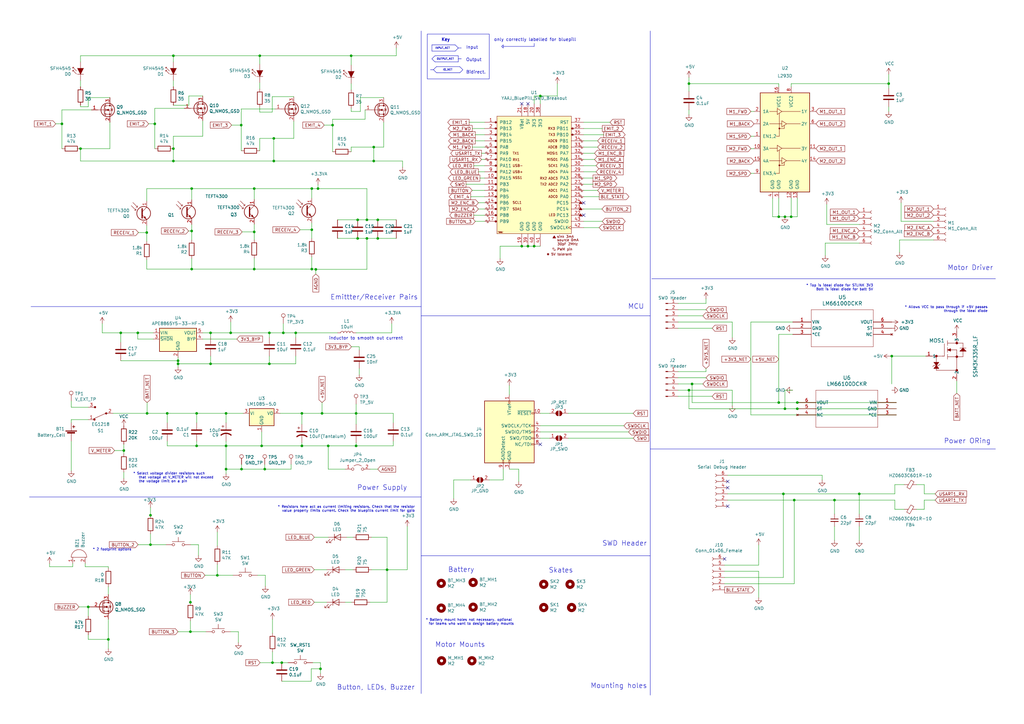
<source format=kicad_sch>
(kicad_sch (version 20231120) (generator "eeschema") (generator_version "8.0")
  (paper "A3")
  (junction (at 71.12 66.04))
  (junction (at 127.889 94.234))
  (junction (at 71.12 60.96))
  (junction (at 78.613 94.742))
  (junction (at 127.889 110.363))
  (junction (at 33.02 60.96))
  (junction (at 365.76 146.05))
  (junction (at 130.429 77.343))
  (junction (at 68.58 169.545))
  (junction (at 36.195 248.92))
  (junction (at 327.025 167.64))
  (junction (at 154.94 90.17))
  (junction (at 150.495 97.79))
  (junction (at 104.267 95.123))
  (junction (at 327.025 165.1))
  (junction (at 86.36 149.225))
  (junction (at 104.267 77.343))
  (junction (at 352.425 202.565))
  (junction (at 342.265 205.105))
  (junction (at 50.8 184.785))
  (junction (at 92.71 182.88))
  (junction (at 49.53 136.525))
  (junction (at 63.5 50.8))
  (junction (at 60.198 95.377))
  (junction (at 108.585 192.405))
  (junction (at 283.845 157.48))
  (junction (at 221.615 39.37))
  (junction (at 110.49 136.525))
  (junction (at 106.553 22.86))
  (junction (at 134.62 182.88))
  (junction (at 144.018 22.86))
  (junction (at 324.485 88.9))
  (junction (at 150.495 90.17))
  (junction (at 25.4 50.8))
  (junction (at 78.613 110.363))
  (junction (at 61.722 211.328))
  (junction (at 153.289 60.325))
  (junction (at 129.54 110.49))
  (junction (at 219.075 100.965))
  (junction (at 321.945 88.9))
  (junction (at 115.57 271.78))
  (junction (at 94.615 136.525))
  (junction (at 56.515 136.525))
  (junction (at 154.94 97.79))
  (junction (at 80.645 182.88))
  (junction (at 86.36 136.525))
  (junction (at 71.12 22.86))
  (junction (at 78.105 259.08))
  (junction (at 123.825 182.88))
  (junction (at 107.315 182.88))
  (junction (at 282.575 34.29))
  (junction (at 319.405 88.9))
  (junction (at 112.3068 66.04))
  (junction (at 216.535 100.965))
  (junction (at 146.685 97.79))
  (junction (at 158.75 233.68))
  (junction (at 321.31 202.565))
  (junction (at 136.398 51.308))
  (junction (at 89.154 235.966))
  (junction (at 44.45 262.255))
  (junction (at 78.105 247.015))
  (junction (at 78.613 77.343))
  (junction (at 364.49 34.29))
  (junction (at 146.05 169.545))
  (junction (at 112.3068 56.769))
  (junction (at 73.025 149.225))
  (junction (at 282.575 160.02))
  (junction (at 123.825 169.545))
  (junction (at 73.025 147.955))
  (junction (at 146.05 182.88))
  (junction (at 92.71 169.545))
  (junction (at 127.889 77.343))
  (junction (at 325.755 205.105))
  (junction (at 132.08 169.545))
  (junction (at 116.205 136.525))
  (junction (at 319.405 165.1))
  (junction (at 104.267 110.363))
  (junction (at 321.945 167.64))
  (junction (at 60.325 169.545))
  (junction (at 110.49 149.225))
  (junction (at 153.289 66.04))
  (junction (at 131.445 274.32))
  (junction (at 80.645 169.545))
  (junction (at 61.722 223.393))
  (junction (at 111.76 271.78))
  (junction (at 213.995 100.965))
  (junction (at 121.285 136.525))
  (junction (at 92.71 192.405))
  (junction (at 146.685 90.17))
  (junction (at 99.06 192.405))
  (junction (at 98.933 51.308))
  (no_connect (at 216.535 42.545))
  (no_connect (at 297.18 229.235))
  (no_connect (at 239.395 88.265))
  (no_connect (at 298.45 200.025))
  (no_connect (at 221.615 182.245))
  (no_connect (at 239.395 83.185))
  (no_connect (at 298.45 207.645))
  (no_connect (at 298.45 197.485))
  (no_connect (at 213.995 42.545))
  (wire (pts (xy 121.285 146.05) (xy 121.285 149.225)))
  (wire (pts (xy 108.585 190.5) (xy 108.585 192.405)))
  (wire (pts (xy 80.645 173.355) (xy 80.645 169.545)))
  (wire (pts (xy 36.83 248.92) (xy 36.195 248.92)))
  (wire (pts (xy 104.267 77.343) (xy 127.889 77.343)))
  (wire (pts (xy 161.29 180.975) (xy 161.29 182.88)))
  (polyline (pts (xy 266.7 129.54) (xy 172.72 129.54)))
  (wire (pts (xy 321.31 236.855) (xy 321.31 202.565)))
  (wire (pts (xy 321.945 160.02) (xy 325.12 160.02)))
  (wire (pts (xy 108.839 235.966) (xy 108.839 240.411)))
  (polyline (pts (xy 187.96 25.4) (xy 178.435 25.4)))
  (wire (pts (xy 36.195 248.92) (xy 32.385 248.92)))
  (wire (pts (xy 379.095 208.915) (xy 379.095 205.105)))
  (wire (pts (xy 92.71 169.545) (xy 99.695 169.545)))
  (wire (pts (xy 45.085 60.96) (xy 33.02 60.96)))
  (wire (pts (xy 158.75 247.015) (xy 151.765 247.015)))
  (wire (pts (xy 144.78 233.68) (xy 141.605 233.68)))
  (wire (pts (xy 208.915 192.405) (xy 212.725 192.405)))
  (wire (pts (xy 309.245 55.88) (xy 307.975 55.88)))
  (wire (pts (xy 193.04 80.645) (xy 198.755 80.645)))
  (wire (pts (xy 298.45 202.565) (xy 321.31 202.565)))
  (wire (pts (xy 105.664 235.966) (xy 108.839 235.966)))
  (wire (pts (xy 165.1 66.04) (xy 165.1 68.58)))
  (polyline (pts (xy 266.7 12.7) (xy 266.7 285.115)))
  (wire (pts (xy 221.615 179.705) (xy 225.425 179.705)))
  (wire (pts (xy 134.62 182.88) (xy 123.825 182.88)))
  (wire (pts (xy 146.685 97.79) (xy 138.43 97.79)))
  (polyline (pts (xy 206.375 19.05) (xy 219.075 19.05)))
  (wire (pts (xy 83.185 39.37) (xy 77.47 39.37)))
  (wire (pts (xy 83.185 49.53) (xy 83.185 55.88)))
  (polyline (pts (xy 187.96 19.685) (xy 189.23 19.685)))
  (wire (pts (xy 110.49 136.525) (xy 116.205 136.525)))
  (wire (pts (xy 130.429 77.343) (xy 130.429 75.692)))
  (wire (pts (xy 104.267 95.123) (xy 104.267 98.298)))
  (wire (pts (xy 33.02 43.18) (xy 33.02 43.815)))
  (wire (pts (xy 319.405 88.9) (xy 321.945 88.9)))
  (wire (pts (xy 61.722 223.393) (xy 68.072 223.393)))
  (wire (pts (xy 198.755 75.565) (xy 191.135 75.565)))
  (wire (pts (xy 111.76 259.715) (xy 111.76 254)))
  (wire (pts (xy 60.198 77.343) (xy 60.198 82.423)))
  (wire (pts (xy 342.265 221.615) (xy 342.265 215.9)))
  (wire (pts (xy 50.8 184.785) (xy 50.8 186.055)))
  (wire (pts (xy 245.11 60.325) (xy 239.395 60.325)))
  (wire (pts (xy 319.405 165.1) (xy 327.025 165.1)))
  (wire (pts (xy 221.615 177.165) (xy 257.81 177.165)))
  (wire (pts (xy 60.198 77.343) (xy 78.613 77.343)))
  (wire (pts (xy 321.945 167.64) (xy 282.575 167.64)))
  (wire (pts (xy 239.395 73.025) (xy 243.205 73.025)))
  (wire (pts (xy 127.889 77.343) (xy 130.429 77.343)))
  (wire (pts (xy 144.78 220.345) (xy 142.24 220.345)))
  (wire (pts (xy 127.889 105.41) (xy 127.889 110.363)))
  (wire (pts (xy 92.71 182.88) (xy 80.645 182.88)))
  (wire (pts (xy 29.845 231.14) (xy 29.845 232.41)))
  (wire (pts (xy 278.13 134.62) (xy 292.1 134.62)))
  (wire (pts (xy 36.195 167.005) (xy 29.21 167.005)))
  (wire (pts (xy 106.553 22.86) (xy 106.553 26.289)))
  (wire (pts (xy 298.45 205.105) (xy 325.755 205.105)))
  (wire (pts (xy 89.154 231.521) (xy 89.154 235.966)))
  (wire (pts (xy 144.018 26.67) (xy 144.018 22.86)))
  (wire (pts (xy 198.755 88.265) (xy 194.31 88.265)))
  (wire (pts (xy 239.395 90.805) (xy 247.015 90.805)))
  (wire (pts (xy 98.933 44.704) (xy 98.933 51.308)))
  (wire (pts (xy 115.57 271.78) (xy 111.76 271.78)))
  (wire (pts (xy 73.025 149.225) (xy 73.025 150.495)))
  (wire (pts (xy 36.195 43.815) (xy 33.02 43.815)))
  (wire (pts (xy 278.13 129.54) (xy 288.29 129.54)))
  (wire (pts (xy 98.933 51.308) (xy 98.933 61.849)))
  (wire (pts (xy 44.45 262.255) (xy 44.45 266.065)))
  (polyline (pts (xy 177.165 18.415) (xy 177.165 20.955)))
  (wire (pts (xy 311.15 234.315) (xy 311.15 245.11)))
  (wire (pts (xy 78.105 243.84) (xy 78.105 247.015)))
  (polyline (pts (xy 172.72 12.7) (xy 172.72 284.48)))
  (wire (pts (xy 147.32 143.51) (xy 147.32 142.24)))
  (wire (pts (xy 134.62 182.88) (xy 134.62 192.405)))
  (wire (pts (xy 147.828 45.72) (xy 144.018 45.72)))
  (wire (pts (xy 278.13 160.02) (xy 282.575 160.02)))
  (wire (pts (xy 86.36 146.05) (xy 86.36 149.225)))
  (wire (pts (xy 352.425 215.9) (xy 352.425 221.615)))
  (wire (pts (xy 29.21 172.085) (xy 29.21 173.355)))
  (wire (pts (xy 89.154 235.966) (xy 95.504 235.966)))
  (wire (pts (xy 94.996 51.308) (xy 98.933 51.308)))
  (wire (pts (xy 239.395 55.245) (xy 247.65 55.245)))
  (wire (pts (xy 239.395 85.725) (xy 246.888 85.725)))
  (wire (pts (xy 111.633 39.624) (xy 120.523 39.624)))
  (wire (pts (xy 309.245 71.12) (xy 307.975 71.12)))
  (wire (pts (xy 83.185 55.88) (xy 71.12 55.88)))
  (wire (pts (xy 244.475 67.945) (xy 239.395 67.945)))
  (wire (pts (xy 81.407 223.393) (xy 81.407 227.838)))
  (wire (pts (xy 352.425 202.565) (xy 367.03 202.565)))
  (wire (pts (xy 146.05 169.545) (xy 161.29 169.545)))
  (wire (pts (xy 167.005 233.68) (xy 167.005 215.9)))
  (wire (pts (xy 49.53 140.335) (xy 49.53 136.525)))
  (wire (pts (xy 186.055 196.85) (xy 186.055 204.47)))
  (polyline (pts (xy 172.72 203.835) (xy 12.065 203.835)))
  (wire (pts (xy 307.975 132.08) (xy 307.975 170.18)))
  (wire (pts (xy 283.845 165.1) (xy 283.845 157.48)))
  (wire (pts (xy 104.267 91.948) (xy 104.267 95.123)))
  (wire (pts (xy 144.018 44.45) (xy 144.018 45.72)))
  (wire (pts (xy 367.03 198.755) (xy 370.84 198.755)))
  (wire (pts (xy 327.025 165.1) (xy 367.665 165.1)))
  (wire (pts (xy 46.355 169.545) (xy 60.325 169.545)))
  (wire (pts (xy 157.353 60.325) (xy 153.289 60.325)))
  (wire (pts (xy 212.725 192.405) (xy 212.725 197.485)))
  (wire (pts (xy 104.267 77.343) (xy 104.267 81.788)))
  (wire (pts (xy 29.21 180.975) (xy 29.21 193.04)))
  (wire (pts (xy 36.195 262.255) (xy 44.45 262.255)))
  (wire (pts (xy 158.75 233.68) (xy 158.75 247.015)))
  (polyline (pts (xy 12.7 125.73) (xy 172.72 125.73)))
  (wire (pts (xy 161.29 169.545) (xy 161.29 173.355)))
  (wire (pts (xy 104.267 105.918) (xy 104.267 110.363)))
  (wire (pts (xy 86.36 149.225) (xy 73.025 149.225)))
  (wire (pts (xy 128.905 220.345) (xy 134.62 220.345)))
  (wire (pts (xy 324.485 34.29) (xy 364.49 34.29)))
  (wire (pts (xy 61.722 208.153) (xy 61.722 211.328)))
  (wire (pts (xy 20.32 232.41) (xy 20.32 231.14)))
  (wire (pts (xy 44.45 243.84) (xy 44.45 240.665)))
  (wire (pts (xy 127.889 91.44) (xy 127.889 94.234)))
  (wire (pts (xy 278.13 154.94) (xy 289.56 154.94)))
  (wire (pts (xy 325.755 205.105) (xy 342.265 205.105)))
  (wire (pts (xy 368.935 98.425) (xy 368.935 103.505)))
  (wire (pts (xy 127.635 279.4) (xy 127.635 274.32)))
  (wire (pts (xy 289.56 151.13) (xy 289.56 152.4)))
  (wire (pts (xy 327.025 88.9) (xy 324.485 88.9)))
  (wire (pts (xy 136.398 51.308) (xy 136.398 62.23)))
  (wire (pts (xy 147.828 40.005) (xy 147.828 45.72)))
  (wire (pts (xy 138.43 90.17) (xy 146.685 90.17)))
  (wire (pts (xy 111.633 45.974) (xy 111.633 39.624)))
  (wire (pts (xy 193.04 196.85) (xy 186.055 196.85)))
  (wire (pts (xy 282.575 46.99) (xy 282.575 45.085)))
  (wire (pts (xy 160.655 136.525) (xy 146.05 136.525)))
  (wire (pts (xy 154.94 97.79) (xy 150.495 97.79)))
  (wire (pts (xy 78.232 223.393) (xy 81.407 223.393)))
  (wire (pts (xy 324.485 34.29) (xy 324.485 35.56)))
  (wire (pts (xy 149.733 45.085) (xy 149.733 48.895)))
  (wire (pts (xy 325.755 239.395) (xy 325.755 205.105)))
  (wire (pts (xy 367.665 167.64) (xy 327.025 167.64)))
  (wire (pts (xy 316.865 81.28) (xy 316.865 88.9)))
  (wire (pts (xy 309.245 60.96) (xy 307.975 60.96)))
  (wire (pts (xy 34.925 232.41) (xy 34.925 231.14)))
  (wire (pts (xy 382.905 90.805) (xy 369.57 90.805)))
  (wire (pts (xy 154.94 192.405) (xy 151.765 192.405)))
  (wire (pts (xy 33.02 60.96) (xy 33.02 66.04)))
  (wire (pts (xy 33.02 33.02) (xy 33.02 35.56)))
  (wire (pts (xy 154.94 90.17) (xy 162.56 90.17)))
  (wire (pts (xy 83.185 139.065) (xy 97.155 139.065)))
  (wire (pts (xy 198.755 70.485) (xy 196.215 70.485)))
  (wire (pts (xy 110.49 146.05) (xy 110.49 149.225)))
  (wire (pts (xy 283.845 157.48) (xy 288.29 157.48)))
  (polyline (pts (xy 267.335 114.3) (xy 408.305 114.3)))
  (wire (pts (xy 78.613 92.075) (xy 78.613 94.742)))
  (wire (pts (xy 245.11 57.785) (xy 239.395 57.785)))
  (polyline (pts (xy 408.305 184.15) (xy 266.7 184.15)))
  (wire (pts (xy 44.45 233.045) (xy 44.45 232.41)))
  (wire (pts (xy 25.4 50.8) (xy 25.4 60.96)))
  (wire (pts (xy 127.889 110.363) (xy 129.54 110.363)))
  (wire (pts (xy 144.018 22.86) (xy 162.56 22.86)))
  (wire (pts (xy 327.025 81.28) (xy 327.025 88.9)))
  (wire (pts (xy 33.02 66.04) (xy 71.12 66.04)))
  (wire (pts (xy 78.613 77.343) (xy 104.267 77.343)))
  (wire (pts (xy 92.71 192.405) (xy 99.06 192.405)))
  (wire (pts (xy 138.43 136.525) (xy 121.285 136.525)))
  (wire (pts (xy 152.4 220.345) (xy 158.75 220.345)))
  (wire (pts (xy 127.635 274.32) (xy 131.445 274.32)))
  (wire (pts (xy 89.154 223.901) (xy 89.154 218.186)))
  (wire (pts (xy 92.71 182.88) (xy 92.71 180.975)))
  (wire (pts (xy 219.075 39.37) (xy 221.615 39.37)))
  (wire (pts (xy 99.314 95.123) (xy 104.267 95.123)))
  (wire (pts (xy 120.523 56.769) (xy 112.3068 56.769)))
  (wire (pts (xy 206.375 192.405) (xy 206.375 196.85)))
  (wire (pts (xy 307.975 170.18) (xy 367.665 170.18)))
  (wire (pts (xy 60.96 50.8) (xy 63.5 50.8)))
  (wire (pts (xy 112.3068 56.769) (xy 112.3068 66.04)))
  (wire (pts (xy 75.565 44.45) (xy 63.5 44.45)))
  (polyline (pts (xy 177.165 18.415) (xy 186.69 18.415)))
  (wire (pts (xy 216.535 100.965) (xy 213.995 100.965)))
  (wire (pts (xy 92.71 173.355) (xy 92.71 169.545)))
  (wire (pts (xy 60.325 169.545) (xy 68.58 169.545)))
  (wire (pts (xy 60.198 95.377) (xy 60.198 98.933)))
  (wire (pts (xy 56.515 139.065) (xy 62.865 139.065)))
  (wire (pts (xy 152.4 233.68) (xy 158.75 233.68)))
  (wire (pts (xy 144.145 247.015) (xy 141.605 247.015)))
  (wire (pts (xy 221.615 39.37) (xy 228.6 39.37)))
  (wire (pts (xy 29.845 232.41) (xy 20.32 232.41)))
  (wire (pts (xy 198.755 85.725) (xy 196.215 85.725)))
  (wire (pts (xy 352.425 210.82) (xy 352.425 202.565)))
  (wire (pts (xy 73.025 147.955) (xy 73.025 149.225)))
  (wire (pts (xy 112.903 44.704) (xy 98.933 44.704)))
  (wire (pts (xy 36.195 40.005) (xy 36.195 43.815)))
  (wire (pts (xy 150.495 97.79) (xy 150.495 110.49)))
  (wire (pts (xy 50.8 184.785) (xy 46.99 184.785)))
  (wire (pts (xy 22.86 50.8) (xy 25.4 50.8)))
  (wire (pts (xy 297.18 231.775) (xy 311.15 231.775)))
  (polyline (pts (xy 177.165 20.955) (xy 186.69 20.955)))
  (wire (pts (xy 327.025 167.64) (xy 321.945 167.64)))
  (wire (pts (xy 71.12 66.04) (xy 112.3068 66.04)))
  (wire (pts (xy 118.11 271.78) (xy 115.57 271.78)))
  (wire (pts (xy 146.685 90.17) (xy 150.495 90.17)))
  (wire (pts (xy 60.198 106.553) (xy 60.198 110.363)))
  (polyline (pts (xy 188.595 27.305) (xy 179.07 27.305)))
  (wire (pts (xy 129.54 110.363) (xy 129.54 110.49)))
  (wire (pts (xy 379.095 198.755) (xy 375.92 198.755)))
  (wire (pts (xy 153.289 66.04) (xy 165.1 66.04)))
  (wire (pts (xy 324.485 88.9) (xy 321.945 88.9)))
  (wire (pts (xy 192.405 50.165) (xy 198.755 50.165)))
  (wire (pts (xy 278.13 152.4) (xy 289.56 152.4)))
  (wire (pts (xy 205.105 100.965) (xy 213.995 100.965)))
  (wire (pts (xy 198.755 52.705) (xy 193.675 52.705)))
  (wire (pts (xy 364.49 36.195) (xy 364.49 34.29)))
  (wire (pts (xy 71.12 55.88) (xy 71.12 60.96)))
  (wire (pts (xy 83.185 136.525) (xy 86.36 136.525)))
  (wire (pts (xy 131.445 274.32) (xy 131.445 271.78)))
  (wire (pts (xy 297.18 239.395) (xy 325.755 239.395)))
  (wire (pts (xy 86.36 149.225) (xy 110.49 149.225)))
  (wire (pts (xy 147.32 151.13) (xy 147.32 153.67)))
  (wire (pts (xy 128.905 247.015) (xy 133.985 247.015)))
  (wire (pts (xy 50.8 182.245) (xy 50.8 184.785)))
  (wire (pts (xy 193.675 78.105) (xy 198.755 78.105)))
  (wire (pts (xy 80.645 182.88) (xy 80.645 180.975)))
  (wire (pts (xy 110.49 149.225) (xy 121.285 149.225)))
  (wire (pts (xy 116.205 132.715) (xy 116.205 136.525)))
  (wire (pts (xy 78.613 77.343) (xy 78.613 81.915)))
  (wire (pts (xy 239.395 50.165) (xy 250.19 50.165)))
  (wire (pts (xy 116.205 136.525) (xy 121.285 136.525)))
  (wire (pts (xy 367.03 208.915) (xy 367.03 205.105)))
  (wire (pts (xy 80.645 169.545) (xy 92.71 169.545)))
  (wire (pts (xy 106.553 33.909) (xy 106.553 36.449)))
  (wire (pts (xy 78.105 247.015) (xy 78.105 247.142)))
  (wire (pts (xy 86.36 136.525) (xy 94.615 136.525)))
  (wire (pts (xy 365.76 146.05) (xy 379.73 146.05)))
  (wire (pts (xy 146.05 169.545) (xy 146.05 165.735)))
  (wire (pts (xy 157.353 40.005) (xy 147.828 40.005)))
  (wire (pts (xy 33.02 22.86) (xy 33.02 25.4)))
  (wire (pts (xy 324.485 81.28) (xy 324.485 88.9)))
  (wire (pts (xy 368.935 98.425) (xy 382.905 98.425)))
  (wire (pts (xy 311.15 231.775) (xy 311.15 223.52)))
  (wire (pts (xy 108.585 192.405) (xy 119.38 192.405)))
  (wire (pts (xy 36.195 260.35) (xy 36.195 262.255)))
  (wire (pts (xy 297.18 236.855) (xy 321.31 236.855)))
  (wire (pts (xy 128.27 271.78) (xy 131.445 271.78)))
  (wire (pts (xy 146.05 182.88) (xy 134.62 182.88)))
  (wire (pts (xy 298.45 194.945) (xy 337.185 194.945)))
  (wire (pts (xy 92.71 182.88) (xy 107.315 182.88)))
  (wire (pts (xy 364.49 34.29) (xy 364.49 30.48)))
  (wire (pts (xy 134.62 192.405) (xy 141.605 192.405)))
  (polyline (pts (xy 219.075 17.78) (xy 219.075 19.05)))
  (wire (pts (xy 94.615 136.525) (xy 110.49 136.525)))
  (wire (pts (xy 193.675 60.325) (xy 198.755 60.325)))
  (wire (pts (xy 307.975 45.72) (xy 309.245 45.72)))
  (wire (pts (xy 130.429 77.343) (xy 150.495 77.343)))
  (wire (pts (xy 239.395 78.105) (xy 245.11 78.105)))
  (wire (pts (xy 392.43 161.29) (xy 392.43 156.21)))
  (wire (pts (xy 146.05 181.61) (xy 146.05 182.88)))
  (wire (pts (xy 68.58 173.355) (xy 68.58 169.545)))
  (polyline (pts (xy 206.375 18.415) (xy 206.375 19.685)))
  (wire (pts (xy 36.195 172.085) (xy 29.21 172.085)))
  (wire (pts (xy 44.45 232.41) (xy 34.925 232.41)))
  (wire (pts (xy 25.4 45.085) (xy 37.465 45.085)))
  (wire (pts (xy 71.12 33.02) (xy 71.12 35.56)))
  (wire (pts (xy 282.575 160.02) (xy 300.355 160.02)))
  (wire (pts (xy 132.08 169.545) (xy 132.08 165.1)))
  (wire (pts (xy 379.095 202.565) (xy 383.54 202.565)))
  (wire (pts (xy 89.154 235.966) (xy 84.074 235.966)))
  (wire (pts (xy 319.405 165.1) (xy 283.845 165.1)))
  (wire (pts (xy 352.425 92.075) (xy 339.09 92.075)))
  (wire (pts (xy 300.355 132.08) (xy 300.355 138.43)))
  (wire (pts (xy 45.085 40.005) (xy 36.195 40.005)))
  (wire (pts (xy 120.523 49.784) (xy 120.523 56.769)))
  (wire (pts (xy 198.755 57.785) (xy 194.945 57.785)))
  (wire (pts (xy 233.045 179.705) (xy 259.715 179.705)))
  (wire (pts (xy 131.445 276.225) (xy 131.445 274.32)))
  (wire (pts (xy 160.655 132.715) (xy 160.655 136.525)))
  (wire (pts (xy 77.47 39.37) (xy 77.47 43.18)))
  (wire (pts (xy 78.613 94.742) (xy 78.613 98.425)))
  (wire (pts (xy 367.03 208.915) (xy 370.84 208.915)))
  (wire (pts (xy 61.722 223.393) (xy 56.642 223.393)))
  (wire (pts (xy 119.38 192.405) (xy 119.38 190.5)))
  (wire (pts (xy 161.29 182.88) (xy 146.05 182.88)))
  (wire (pts (xy 99.06 190.5) (xy 99.06 192.405)))
  (wire (pts (xy 239.395 62.865) (xy 243.84 62.865)))
  (wire (pts (xy 221.615 39.37) (xy 221.615 42.545)))
  (wire (pts (xy 115.57 279.4) (xy 127.635 279.4)))
  (wire (pts (xy 219.075 100.965) (xy 216.535 100.965)))
  (wire (pts (xy 369.57 90.805) (xy 369.57 83.185)))
  (wire (pts (xy 162.56 22.86) (xy 162.56 19.685)))
  (wire (pts (xy 150.495 90.17) (xy 154.94 90.17)))
  (polyline (pts (xy 188.595 29.845) (xy 179.07 29.845)))
  (wire (pts (xy 321.31 202.565) (xy 352.425 202.565)))
  (wire (pts (xy 219.075 42.545) (xy 219.075 39.37)))
  (wire (pts (xy 221.615 174.625) (xy 255.905 174.625)))
  (wire (pts (xy 194.945 55.245) (xy 198.755 55.245)))
  (wire (pts (xy 162.56 97.79) (xy 154.94 97.79)))
  (wire (pts (xy 56.515 136.525) (xy 49.53 136.525)))
  (wire (pts (xy 278.13 127) (xy 289.56 127)))
  (wire (pts (xy 73.025 146.685) (xy 73.025 147.955)))
  (wire (pts (xy 123.825 169.545) (xy 123.825 173.99)))
  (wire (pts (xy 45.085 50.165) (xy 45.085 60.96)))
  (wire (pts (xy 127.889 94.234) (xy 127.889 97.79)))
  (wire (pts (xy 338.455 99.695) (xy 338.455 104.775)))
  (wire (pts (xy 259.715 169.545) (xy 233.045 169.545)))
  (wire (pts (xy 111.76 271.78) (xy 106.68 271.78)))
  (wire (pts (xy 297.18 234.315) (xy 311.15 234.315)))
  (wire (pts (xy 78.105 259.08) (xy 84.455 259.08)))
  (wire (pts (xy 49.53 147.955) (xy 73.025 147.955)))
  (wire (pts (xy 68.58 180.975) (xy 68.58 182.88)))
  (wire (pts (xy 99.06 192.405) (xy 108.585 192.405)))
  (wire (pts (xy 319.405 137.16) (xy 325.12 137.16)))
  (wire (pts (xy 157.353 50.165) (xy 157.353 60.325)))
  (wire (pts (xy 194.945 90.805) (xy 198.755 90.805)))
  (wire (pts (xy 112.3068 56.769) (xy 106.553 56.769)))
  (wire (pts (xy 44.45 254) (xy 44.45 262.255)))
  (wire (pts (xy 379.095 208.915) (xy 375.92 208.915)))
  (wire (pts (xy 150.495 110.49) (xy 129.54 110.49)))
  (wire (pts (xy 94.615 259.08) (xy 97.79 259.08)))
  (wire (pts (xy 144.018 34.29) (xy 144.018 36.83)))
  (wire (pts (xy 316.865 88.9) (xy 319.405 88.9)))
  (wire (pts (xy 198.755 62.865) (xy 197.485 62.865)))
  (wire (pts (xy 123.825 182.88) (xy 107.315 182.88)))
  (wire (pts (xy 153.289 60.325) (xy 153.289 66.04)))
  (polyline (pts (xy 187.96 24.13) (xy 189.23 24.13)))
  (wire (pts (xy 56.515 136.525) (xy 56.515 139.065)))
  (wire (pts (xy 78.613 106.045) (xy 78.613 110.363)))
  (wire (pts (xy 321.945 167.64) (xy 321.945 160.02)))
  (wire (pts (xy 107.315 182.88) (xy 107.315 177.165)))
  (wire (pts (xy 60.198 110.363) (xy 78.613 110.363)))
  (polyline (pts (xy 187.96 25.4) (xy 187.96 22.86)))
  (wire (pts (xy 25.4 45.085) (xy 25.4 50.8)))
  (wire (pts (xy 307.975 132.08) (xy 325.12 132.08)))
  (wire (pts (xy 104.267 110.363) (xy 127.889 110.363)))
  (wire (pts (xy 112.3068 66.04) (xy 153.289 66.04)))
  (wire (pts (xy 97.79 259.08) (xy 97.79 263.525)))
  (wire (pts (xy 282.575 34.29) (xy 282.575 31.75)))
  (wire (pts (xy 41.91 136.525) (xy 41.91 132.715)))
  (wire (pts (xy 239.395 65.405) (xy 243.84 65.405)))
  (wire (pts (xy 245.745 93.345) (xy 239.395 93.345)))
  (wire (pts (xy 146.05 169.545) (xy 146.05 173.99)))
  (wire (pts (xy 282.575 34.29) (xy 319.405 34.29)))
  (wire (pts (xy 239.395 80.645) (xy 245.745 80.645)))
  (wire (pts (xy 63.5 50.8) (xy 63.5 60.96)))
  (wire (pts (xy 71.12 22.86) (xy 106.553 22.86)))
  (wire (pts (xy 94.615 136.525) (xy 94.615 132.08)))
  (wire (pts (xy 106.553 56.769) (xy 106.553 61.849)))
  (polyline (pts (xy 187.96 22.86) (xy 178.435 22.86)))
  (wire (pts (xy 206.375 196.85) (xy 200.66 196.85)))
  (wire (pts (xy 29.21 167.005) (xy 29.21 164.465)))
  (wire (pts (xy 319.405 35.56) (xy 319.405 34.29)))
  (wire (pts (xy 339.09 92.075) (xy 339.09 83.82)))
  (wire (pts (xy 78.105 259.08) (xy 73.025 259.08)))
  (wire (pts (xy 158.75 233.68) (xy 167.005 233.68)))
  (wire (pts (xy 60.325 165.1) (xy 60.325 169.545)))
  (wire (pts (xy 111.76 267.335) (xy 111.76 271.78)))
  (wire (pts (xy 364.49 45.72) (xy 364.49 43.815)))
  (wire (pts (xy 289.56 124.46) (xy 289.56 122.555)))
  (wire (pts (xy 278.13 132.08) (xy 300.355 132.08)))
  (wire (pts (xy 208.915 161.925) (xy 208.915 158.115)))
  (wire (pts (xy 36.195 252.73) (xy 36.195 248.92)))
  (wire (pts (xy 61.722 211.328) (xy 61.722 211.455)))
  (wire (pts (xy 150.495 97.79) (xy 146.685 97.79)))
  (wire (pts (xy 278.13 157.48) (xy 283.845 157.48)))
  (wire (pts (xy 144.018 60.325) (xy 144.018 62.23)))
  (wire (pts (xy 128.905 233.68) (xy 133.985 233.68)))
  (wire (pts (xy 132.969 51.308) (xy 136.398 51.308)))
  (wire (pts (xy 68.58 169.545) (xy 80.645 169.545)))
  (wire (pts (xy 219.075 100.965) (xy 221.615 100.965)))
  (wire (pts (xy 239.395 75.565) (xy 243.205 75.565)))
  (wire (pts (xy 225.425 169.545) (xy 221.615 169.545)))
  (wire (pts (xy 80.645 182.88) (xy 68.58 182.88)))
  (wire (pts (xy 198.755 67.945) (xy 194.31 67.945)))
  (wire (pts (xy 278.13 124.46) (xy 289.56 124.46)))
  (wire (pts (xy 123.825 169.545) (xy 132.08 169.545)))
  (wire (pts (xy 63.5 44.45) (xy 63.5 50.8)))
  (wire (pts (xy 342.265 205.105) (xy 367.03 205.105)))
  (wire (pts (xy 338.455 99.695) (xy 352.425 99.695)))
  (wire (pts (xy 106.553 44.069) (xy 106.553 45.974)))
  (wire (pts (xy 205.105 100.965) (xy 205.105 106.045)))
  (wire (pts (xy 150.495 77.343) (xy 150.495 90.17)))
  (wire (pts (xy 71.12 22.86) (xy 33.02 22.86)))
  (wire (pts (xy 78.613 110.363) (xy 104.267 110.363)))
  (wire (pts (xy 71.12 22.86) (xy 71.12 25.4)))
  (wire (pts (xy 121.285 138.43) (xy 121.285 136.525)))
  (wire (pts (xy 282.575 167.64) (xy 282.575 160.02)))
  (wire (pts (xy 71.12 60.96) (xy 71.12 66.04)))
  (wire (pts (xy 123.825 181.61) (xy 123.825 182.88)))
  (wire (pts (xy 365.76 146.05) (xy 365.76 157.48)))
  (wire (pts (xy 228.6 39.37) (xy 228.6 34.29)))
  (wire (pts (xy 50.8 193.675) (xy 50.8 196.215)))
  (wire (pts (xy 78.105 254.635) (xy 78.105 259.08)))
  (wire (pts (xy 77.343 94.742) (xy 78.613 94.742)))
  (wire (pts (xy 136.398 48.895) (xy 136.398 51.308)))
  (wire (pts (xy 244.475 70.485) (xy 239.395 70.485)))
  (wire (pts (xy 278.13 162.56) (xy 292.1 162.56)))
  (wire (pts (xy 114.935 169.545) (xy 123.825 169.545)))
  (wire (pts (xy 106.553 22.86) (xy 144.018 22.86)))
  (wire (pts (xy 62.865 136.525) (xy 56.515 136.525)))
  (wire (pts (xy 49.53 136.525) (xy 41.91 136.525)))
  (wire (pts (xy 92.71 182.88) (xy 92.71 192.405)))
  (wire (pts (xy 158.75 220.345) (xy 158.75 233.68)))
  (wire (pts (xy 282.575 37.465) (xy 282.575 34.29)))
  (polyline (pts (xy 176.53 28.575) (xy 177.8 28.575)))
  (wire (pts (xy 110.49 138.43) (xy 110.49 136.525)))
  (wire (pts (xy 86.36 138.43) (xy 86.36 136.525)))
  (wire (pts (xy 123.063 94.234) (xy 127.889 94.234)))
  (wire (pts (xy 319.405 81.28) (xy 319.405 88.9)))
  (wire (pts (xy 153.289 60.325) (xy 144.018 60.325)))
  (wire (pts (xy 198.755 83.185) (xy 196.215 83.185)))
  (wire (pts (xy 319.405 137.16) (xy 319.405 165.1)))
  (wire (pts (xy 106.553 45.974) (xy 111.633 45.974)))
  (wire (pts (xy 337.185 194.945) (xy 337.185 196.85)))
  (wire (pts (xy 61.722 218.948) (xy 61.722 223.393)))
  (wire (pts (xy 127.889 77.343) (xy 127.889 81.28)))
  (wire (pts (xy 129.54 110.49) (xy 129.54 112.395)))
  (wire (pts (xy 379.095 205.105) (xy 383.54 205.105)))
  (wire (pts (xy 198.755 65.405) (xy 197.485 65.405)))
  (wire (pts (xy 60.198 92.583) (xy 60.198 95.377)))
  (wire (pts (xy 77.47 43.18) (xy 71.12 43.18)))
  (polyline (pts (xy 266.7 227.965) (xy 172.72 227.965)))
  (wire (pts (xy 342.265 210.82) (xy 342.265 205.105)))
  (wire (pts (xy 92.71 192.405) (xy 92.71 194.31)))
  (wire (pts (xy 367.03 198.755) (xy 367.03 202.565)))
  (wire (pts (xy 132.08 169.545) (xy 146.05 169.545)))
  (wire (pts (xy 365.125 146.05) (xy 365.76 146.05)))
  (wire (pts (xy 239.395 52.705) (xy 247.015 52.705)))
  (wire (pts (xy 300.355 160.02) (xy 300.355 166.37)))
  (wire (pts (xy 196.85 73.025) (xy 198.755 73.025)))
  (wire (pts (xy 56.769 95.377) (xy 60.198 95.377)))
  (wire (pts (xy 149.733 48.895) (xy 136.398 48.895)))
  (wire (pts (xy 379.095 198.755) (xy 379.095 202.565)))
  (wire (pts (xy 147.32 142.24) (xy 144.145 142.24)))
  (arc (start 188.56 27.345) (mid 189.2055 27.9695) (end 189.83 28.615))
  (arc (start 177.165 24.13) (mid 177.7837 23.4787) (end 178.435 22.86))
  (arc (start 186.69 18.415) (mid 187.3356 19.0394) (end 187.96 19.685))
  (arc (start 206.375 18.415) (mid 206.0642 18.7392) (end 205.74 19.05))
  (arc (start 178.435 25.4) (mid 177.7806 24.7844) (end 177.165 24.13))
  (arc (start 177.8 28.575) (mid 178.4187 27.9237) (end 179.07 27.305))
  (arc (start 206.375 19.685) (mid 206.0519 19.3731) (end 205.74 19.05))
  (rectangle (start 175.26 13.97) (end 200.66 32.385))
  (arc (start 179.07 29.845) (mid 178.4156 29.2294) (end 177.8 28.575))
  (arc (start 189.83 28.615) (mid 189.2076 29.2626) (end 188.56 29.885))
  (arc (start 187.96 19.685) (mid 187.3375 20.3325) (end 186.69 20.955))
  (text "Mounting holes" (at 265.43 282.575 0) (effects (font (size 2.0066 2.0066)) (justify right bottom)))
  (text "Output\n" (at 191.135 25.4 0) (effects (font (size 1.27 1.27)) (justify left bottom)))
  (text "IO_NET" (at 181.61 29.21 0) (effects (font (size 0.762 0.762)) (justify left bottom)))
  (text "Power ORing\n\n" (at 406.4 185.42 0) (effects (font (size 2.0066 2.0066)) (justify right bottom)))
  (text "Battery" (at 194.564 234.95 0) (effects (font (size 2.0066 2.0066)) (justify right bottom)))
  (text "Input" (at 191.135 20.32 0) (effects (font (size 1.27 1.27)) (justify left bottom)))
  (text "inductor to smooth out current" (at 134.874 139.573 0) (effects (font (size 1.27 1.27)) (justify left bottom)))
  (text "* 2 footprint options" (at 53.975 226.06 0) (effects (font (size 0.9906 0.9906)) (justify right bottom)))
  (text "* Battery mount holes not necessary, optional \nfor teams who want to design battery mounts" (at 210.82 256.54 0) (effects (font (size 0.9906 0.9906)) (justify right bottom)))
  (text "* Top is ideal diode for STLINK 3V3\nBott is ideal diode for batt 5V" (at 358.14 119.38 0) (effects (font (size 0.9906 0.9906)) (justify right bottom)))
  (text "Motor Driver" (at 388.62 111.125 0) (effects (font (size 2.0066 2.0066)) (justify left bottom)))
  (text "* Allows VCC to pass through if +5V passes\nthrough the ideal diode" (at 405.13 128.27 0) (effects (font (size 0.9906 0.9906)) (justify right bottom)))
  (text "Emittter/Receiver Pairs" (at 171.45 123.19 0) (effects (font (size 2.0066 2.0066)) (justify right bottom)))
  (text "* Resistors here act as current limiting resistors. Check that the resistor\n  value properly limits current. Check the bluepills current limit for gpio" (at 170.18 210.185 0) (effects (font (size 0.9906 0.9906)) (justify right bottom)))
  (text "Bidirect." (at 191.135 30.48 0) (effects (font (size 1.27 1.27)) (justify left bottom)))
  (text "MCU" (at 264.16 127 0) (effects (font (size 2.0066 2.0066)) (justify right bottom)))
  (text "OUTPUT_NET" (at 179.07 24.765 0) (effects (font (size 0.762 0.762)) (justify left bottom)))
  (text "SWD Header" (at 247.015 224.155 0) (effects (font (size 2.0066 2.0066)) (justify left bottom)))
  (text "only correctly labelled for bluepill" (at 202.565 17.145 0) (effects (font (size 1.27 1.27)) (justify left bottom)))
  (text "* Select voltage divider resistors such\n   that voltage at V_METER will not exceed\n   the voltage limit on a pin" (at 54.61 198.12 0) (effects (font (size 0.9906 0.9906)) (justify left bottom)))
  (text "Motor Mounts" (at 199.009 265.684 0) (effects (font (size 2.0066 2.0066)) (justify right bottom)))
  (text "Button, LEDs, Buzzer" (at 170.18 283.21 0) (effects (font (size 2.0066 2.0066)) (justify right bottom)))
  (text "Skates" (at 235.077 235.204 0) (effects (font (size 2.0066 2.0066)) (justify right bottom)))
  (text "Power Supply" (at 167.005 201.295 0) (effects (font (size 2.0066 2.0066)) (justify right bottom)))
  (text "Key" (at 180.975 17.145 0) (effects (font (size 1.27 1.27) (thickness 0.254) (bold yes)) (justify left bottom)))
  (text "INPUT_NET" (at 178.435 20.32 0) (effects (font (size 0.762 0.762)) (justify left bottom)))
  (global_label "+5V_NET" (shape input) (at 132.08 165.1 90) (property "Intersheetrefs" "${INTERSHEET_REFS}" (effects (hide yes))))
  (global_label "3V3_BYP" (shape input) (at 97.155 139.065 0) (property "Intersheetrefs" "${INTERSHEET_REFS}" (effects (hide yes))))
  (global_label "RECEIV_2" (shape input) (at 77.343 94.742 180) (property "Intersheetrefs" "${INTERSHEET_REFS}" (effects (hide yes))))
  (global_label "RST" (shape input) (at 292.1 134.62 0) (property "Intersheetrefs" "${INTERSHEET_REFS}" (effects (hide yes))))
  (global_label "BUTTON_2" (shape input) (at 246.888 85.725 0) (property "Intersheetrefs" "${INTERSHEET_REFS}" (effects (hide yes))))
  (global_label "V_METER" (shape input) (at 245.11 78.105 0) (property "Intersheetrefs" "${INTERSHEET_REFS}" (effects (hide yes))))
  (global_label "BLE_STATE" (shape output) (at 297.18 241.935 0) (property "Intersheetrefs" "${INTERSHEET_REFS}" (effects (hide yes))))
  (global_label "+3V3_NET" (shape input) (at 307.975 147.32 180) (property "Intersheetrefs" "${INTERSHEET_REFS}" (effects (hide yes))))
  (global_label "M2_ENC_A" (shape input) (at 196.215 85.725 180) (property "Intersheetrefs" "${INTERSHEET_REFS}" (effects (hide yes))))
  (global_label "SWO" (shape output) (at 191.135 75.565 180) (property "Intersheetrefs" "${INTERSHEET_REFS}" (effects (hide yes))))
  (global_label "M2_SPD" (shape output) (at 243.205 75.565 0) (property "Intersheetrefs" "${INTERSHEET_REFS}" (effects (hide yes))))
  (global_label "RST" (shape input) (at 250.19 50.165 0) (property "Intersheetrefs" "${INTERSHEET_REFS}" (effects (hide yes))))
  (global_label "AGND" (shape input) (at 129.54 112.395 270) (property "Intersheetrefs" "${INTERSHEET_REFS}" (effects (hide yes))))
  (global_label "M2_OUT_1" (shape input) (at 334.645 60.96 0) (property "Intersheetrefs" "${INTERSHEET_REFS}" (effects (hide yes))))
  (global_label "EMIT_3" (shape input) (at 94.996 51.308 180) (property "Intersheetrefs" "${INTERSHEET_REFS}" (effects (hide yes))))
  (global_label "M1_ENC_B" (shape input) (at 352.425 97.155 180) (property "Intersheetrefs" "${INTERSHEET_REFS}" (effects (hide yes))))
  (global_label "M2_BACK" (shape output) (at 194.945 57.785 180) (property "Intersheetrefs" "${INTERSHEET_REFS}" (effects (hide yes))))
  (global_label "USART1_RX" (shape input) (at 383.54 202.565 0) (property "Intersheetrefs" "${INTERSHEET_REFS}" (effects (hide yes))))
  (global_label "EMIT_2" (shape output) (at 247.015 52.705 0) (property "Intersheetrefs" "${INTERSHEET_REFS}" (effects (hide yes))))
  (global_label "LED_RED" (shape output) (at 194.31 67.945 180) (property "Intersheetrefs" "${INTERSHEET_REFS}" (effects (hide yes))))
  (global_label "M1_OUT_1" (shape input) (at 334.645 45.72 0) (property "Intersheetrefs" "${INTERSHEET_REFS}" (effects (hide yes))))
  (global_label "M2_BACK" (shape input) (at 309.245 66.04 180) (property "Intersheetrefs" "${INTERSHEET_REFS}" (effects (hide yes))))
  (global_label "M2_SPD" (shape input) (at 307.975 71.12 180) (property "Intersheetrefs" "${INTERSHEET_REFS}" (effects (hide yes))))
  (global_label "EMIT_1" (shape input) (at 22.86 50.8 180) (property "Intersheetrefs" "${INTERSHEET_REFS}" (effects (hide yes))))
  (global_label "SWDCLK" (shape input) (at 288.29 157.48 0) (property "Intersheetrefs" "${INTERSHEET_REFS}" (effects (hide yes))))
  (global_label "BATT_NET" (shape input) (at 60.325 165.1 90) (property "Intersheetrefs" "${INTERSHEET_REFS}" (effects (hide yes))))
  (global_label "M1_BACK" (shape input) (at 309.245 50.8 180) (property "Intersheetrefs" "${INTERSHEET_REFS}" (effects (hide yes))))
  (global_label "M2_ENC_A" (shape input) (at 382.905 93.345 180) (property "Intersheetrefs" "${INTERSHEET_REFS}" (effects (hide yes))))
  (global_label "BUTTON_3" (shape input) (at 73.025 259.08 180) (property "Intersheetrefs" "${INTERSHEET_REFS}" (effects (hide yes))))
  (global_label "RECEIV_4" (shape input) (at 123.063 94.234 180) (property "Intersheetrefs" "${INTERSHEET_REFS}" (effects (hide yes))))
  (global_label "RST" (shape input) (at 259.715 169.545 0) (property "Intersheetrefs" "${INTERSHEET_REFS}" (effects (hide yes))))
  (global_label "M1_ENC_B" (shape input) (at 243.84 62.865 0) (property "Intersheetrefs" "${INTERSHEET_REFS}" (effects (hide yes))))
  (global_label "+5V_NET" (shape input) (at 319.405 147.32 180) (property "Intersheetrefs" "${INTERSHEET_REFS}" (effects (hide yes))))
  (global_label "M1_OUT_2" (shape input) (at 352.425 89.535 180) (property "Intersheetrefs" "${INTERSHEET_REFS}" (effects (hide yes))))
  (global_label "USART1_RX" (shape input) (at 197.485 65.405 180) (property "Intersheetrefs" "${INTERSHEET_REFS}" (effects (hide yes))))
  (global_label "M2_ENC_B" (shape input) (at 382.905 95.885 180) (property "Intersheetrefs" "${INTERSHEET_REFS}" (effects (hide yes))))
  (global_label "BUTTON" (shape input) (at 193.675 78.105 180) (property "Intersheetrefs" "${INTERSHEET_REFS}" (effects (hide yes))))
  (global_label "M1_OUT_1" (shape input) (at 352.425 86.995 180) (property "Intersheetrefs" "${INTERSHEET_REFS}" (effects (hide yes))))
  (global_label "RST" (shape input) (at 292.1 162.56 0) (property "Intersheetrefs" "${INTERSHEET_REFS}" (effects (hide yes))))
  (global_label "M1_FWD" (shape output) (at 193.675 60.325 180) (property "Intersheetrefs" "${INTERSHEET_REFS}" (effects (hide yes))))
  (global_label "USART1_TX" (shape output) (at 197.485 62.865 180) (property "Intersheetrefs" "${INTERSHEET_REFS}" (effects (hide yes))))
  (global_label "RECEIV_3" (shape input) (at 244.475 67.945 0) (property "Intersheetrefs" "${INTERSHEET_REFS}" (effects (hide yes))))
  (global_label "+3V3_NET" (shape input) (at 289.56 151.13 90) (property "Intersheetrefs" "${INTERSHEET_REFS}" (effects (hide yes))))
  (global_label "M1_SPD" (shape output) (at 243.205 73.025 0) (property "Intersheetrefs" "${INTERSHEET_REFS}" (effects (hide yes))))
  (global_label "BUTTON_3" (shape input) (at 194.945 90.805 180) (property "Intersheetrefs" "${INTERSHEET_REFS}" (effects (hide yes))))
  (global_label "M2_OUT_1" (shape input) (at 382.905 85.725 180) (property "Intersheetrefs" "${INTERSHEET_REFS}" (effects (hide yes))))
  (global_label "EMIT_1" (shape output) (at 192.405 50.165 180) (property "Intersheetrefs" "${INTERSHEET_REFS}" (effects (hide yes))))
  (global_label "M2_OUT_2" (shape input) (at 334.645 66.04 0) (property "Intersheetrefs" "${INTERSHEET_REFS}" (effects (hide yes))))
  (global_label "LED_GREEN" (shape input) (at 128.905 233.68 180) (property "Intersheetrefs" "${INTERSHEET_REFS}" (effects (hide yes))))
  (global_label "USART1_TX" (shape input) (at 383.54 205.105 0) (property "Intersheetrefs" "${INTERSHEET_REFS}" (effects (hide yes))))
  (global_label "EMIT_3" (shape output) (at 247.65 55.245 0) (property "Intersheetrefs" "${INTERSHEET_REFS}" (effects (hide yes))))
  (global_label "BUZZER" (shape input) (at 32.385 248.92 180) (property "Intersheetrefs" "${INTERSHEET_REFS}" (effects (hide yes))))
  (global_label "EMIT_4" (shape input) (at 132.969 51.308 180) (property "Intersheetrefs" "${INTERSHEET_REFS}" (effects (hide yes))))
  (global_label "RECEIV_4" (shape input) (at 244.475 70.485 0) (property "Intersheetrefs" "${INTERSHEET_REFS}" (effects (hide yes))))
  (global_label "M1_BACK" (shape output) (at 194.945 55.245 180) (property "Intersheetrefs" "${INTERSHEET_REFS}" (effects (hide yes))))
  (global_label "EMIT_2" (shape input) (at 60.96 50.8 180) (property "Intersheetrefs" "${INTERSHEET_REFS}" (effects (hide yes))))
  (global_label "M1_OUT_2" (shape input) (at 334.645 50.8 0) (property "Intersheetrefs" "${INTERSHEET_REFS}" (effects (hide yes))))
  (global_label "RECEIV_1" (shape input) (at 245.11 57.785 0) (property "Intersheetrefs" "${INTERSHEET_REFS}" (effects (hide yes))))
  (global_label "SWDIO" (shape input) (at 257.81 177.165 0) (property "Intersheetrefs" "${INTERSHEET_REFS}" (effects (hide yes))))
  (global_label "SWDIO" (shape input) (at 289.56 127 0) (property "Intersheetrefs" "${INTERSHEET_REFS}" (effects (hide yes))))
  (global_label "M1_ENC_A" (shape input) (at 352.425 94.615 180) (property "Intersheetrefs" "${INTERSHEET_REFS}" (effects (hide yes))))
  (global_label "BUTTON" (shape input) (at 84.074 235.966 180) (property "Intersheetrefs" "${INTERSHEET_REFS}" (effects (hide yes))))
  (global_label "SWDCLK" (shape input) (at 288.29 129.54 0) (property "Intersheetrefs" "${INTERSHEET_REFS}" (effects (hide yes))))
  (global_label "LED_BLUE" (shape input) (at 128.905 220.345 180) (property "Intersheetrefs" "${INTERSHEET_REFS}" (effects (hide yes))))
  (global_label "SWDCLK" (shape input) (at 245.745 93.345 0) (property "Intersheetrefs" "${INTERSHEET_REFS}" (effects (hide yes))))
  (global_label "M1_FWD" (shape input) (at 307.975 45.72 180) (property "Intersheetrefs" "${INTERSHEET_REFS}" (effects (hide yes))))
  (global_label "V_METER" (shape input) (at 46.99 184.785 180) (property "Intersheetrefs" "${INTERSHEET_REFS}" (effects (hide yes))))
  (global_label "BUZZER" (shape output) (at 194.31 88.265 180) (property "Intersheetrefs" "${INTERSHEET_REFS}" (effects (hide yes))))
  (global_label "LED_GREEN" (shape output) (at 196.85 73.025 180) (property "Intersheetrefs" "${INTERSHEET_REFS}" (effects (hide yes))))
  (global_label "M2_ENC_B" (shape input) (at 196.215 83.185 180) (property "Intersheetrefs" "${INTERSHEET_REFS}" (effects (hide yes))))
  (global_label "M2_FWD" (shape input) (at 307.975 60.96 180) (property "Intersheetrefs" "${INTERSHEET_REFS}" (effects (hide yes))))
  (global_label "BUTTON_2" (shape input) (at 56.642 223.393 180) (property "Intersheetrefs" "${INTERSHEET_REFS}" (effects (hide yes))))
  (global_label "M2_OUT_2" (shape input) (at 382.905 88.265 180) (property "Intersheetrefs" "${INTERSHEET_REFS}" (effects (hide yes))))
  (global_label "LED_BLUE" (shape output) (at 196.215 70.485 180) (property "Intersheetrefs" "${INTERSHEET_REFS}" (effects (hide yes))))
  (global_label "LED_RED" (shape input) (at 128.905 247.015 180) (property "Intersheetrefs" "${INTERSHEET_REFS}" (effects (hide yes))))
  (global_label "BATT_NET" (shape input) (at 392.43 161.29 270) (property "Intersheetrefs" "${INTERSHEET_REFS}" (effects (hide yes))))
  (global_label "SWDIO" (shape bidirectional) (at 247.015 90.805 0) (property "Intersheetrefs" "${INTERSHEET_REFS}" (effects (hide yes))))
  (global_label "RECEIV_2" (shape input) (at 245.11 60.325 0) (property "Intersheetrefs" "${INTERSHEET_REFS}" (effects (hide yes))))
  (global_label "RST" (shape input) (at 106.68 271.78 180) (property "Intersheetrefs" "${INTERSHEET_REFS}" (effects (hide yes))))
  (global_label "RECEIV_3" (shape input) (at 99.314 95.123 180) (property "Intersheetrefs" "${INTERSHEET_REFS}" (effects (hide yes))))
  (global_label "BLE_STATE" (shape output) (at 245.745 80.645 0) (property "Intersheetrefs" "${INTERSHEET_REFS}" (effects (hide yes))))
  (global_label "EMIT_4" (shape output) (at 193.04 80.645 180) (property "Intersheetrefs" "${INTERSHEET_REFS}" (effects (hide yes))))
  (global_label "M1_ENC_A" (shape input) (at 243.84 65.405 0) (property "Intersheetrefs" "${INTERSHEET_REFS}" (effects (hide yes))))
  (global_label "3V3_BYP" (shape input) (at 144.145 142.24 180) (property "Intersheetrefs" "${INTERSHEET_REFS}" (effects (hide yes))))
  (global_label "AGND" (shape input) (at 154.94 192.405 0) (property "Intersheetrefs" "${INTERSHEET_REFS}" (effects (hide yes))))
  (global_label "M1_SPD" (shape input) (at 307.975 55.88 180) (property "Intersheetrefs" "${INTERSHEET_REFS}" (effects (hide yes))))
  (global_label "RECEIV_1" (shape input) (at 56.769 95.377 180) (property "Intersheetrefs" "${INTERSHEET_REFS}" (effects (hide yes))))
  (global_label "SWDCLK" (shape input) (at 255.905 174.625 0) (property "Intersheetrefs" "${INTERSHEET_REFS}" (effects (hide yes))))
  (global_label "M2_FWD" (shape output) (at 193.675 52.705 180) (property "Intersheetrefs" "${INTERSHEET_REFS}" (effects (hide yes))))
  (global_label "SWDIO" (shape input) (at 289.56 154.94 0) (property "Intersheetrefs" "${INTERSHEET_REFS}" (effects (hide yes))))
  (global_label "SWO" (shape input) (at 259.715 179.705 0) (property "Intersheetrefs" "${INTERSHEET_REFS}" (effects (hide yes))))
  (symbol (lib_id "bloo-rescue:R-Device-mouse_v2-rescue") (at 106.553 40.259 0) (unit 1)
    (property "Reference" "R8" (at 108.331 39.0906 0) (effects (justify left)))
    (property "Value" "35" (at 108.331 41.402 0) (effects (justify left)))
    (property "Footprint" "Resistor_SMD:R_1206_3216Metric_Pad1.30x1.75mm_HandSolder" (effects (hide yes)))
  )
  (symbol (lib_id "bloo-rescue:IRL81A-LED-mouse_v2-rescue") (at 106.553 28.829 90) (unit 1)
    (property "Reference" "D3" (at 102.6922 31.2674 90) (effects (justify left)))
    (property "Value" "SFH4545" (at 102.6922 28.956 90) (effects (justify left)))
    (property "Footprint" "MM_Library:Emitter" (effects (hide yes)))
    (property "Datasheet" "http://www.osram-os.com/Graphics/XPic0/00203825_0.pdf" (effects (hide yes)))
  )
  (symbol (lib_id "bloo-rescue:Q_Photo_NPN-Device-mouse_v2-rescue") (at 57.658 87.503 0) (unit 1)
    (property "Reference" "Q0" (at 53.1622 88.6714 0) (effects (justify right)))
    (property "Value" "TEFT4300" (at 53.1622 86.36 0) (effects (justify right)))
    (property "Footprint" "MM_Library:Emitter" (effects (hide yes)))
  )
  (symbol (lib_id "bloo-rescue:Q_Photo_NPN-Device-mouse_v2-rescue") (at 76.073 86.995 0) (unit 1)
    (property "Reference" "Q1" (at 71.5772 88.1634 0) (effects (justify right)))
    (property "Value" "TEFT4300" (at 93.472 80.518 0) (effects (justify right)))
    (property "Footprint" "MM_Library:Emitter" (effects (hide yes)))
  )
  (symbol (lib_id "bloo-rescue:Q_Photo_NPN-Device-mouse_v2-rescue") (at 125.349 86.36 0) (unit 1)
    (property "Reference" "Q2" (at 120.8532 87.5284 0) (effects (justify right)))
    (property "Value" "TEFT4300" (at 120.8532 85.217 0) (effects (justify right)))
    (property "Footprint" "MM_Library:Emitter" (effects (hide yes)))
  )
  (symbol (lib_id "bloo-rescue:Q_Photo_NPN-Device-mouse_v2-rescue") (at 101.727 86.868 0) (unit 1)
    (property "Reference" "Q3" (at 97.2312 88.0364 0) (effects (justify right)))
    (property "Value" "TEFT4300" (at 98.298 85.09 0) (effects (justify right)))
    (property "Footprint" "MM_Library:Emitter" (effects (hide yes)))
  )
  (symbol (lib_id "bloo-rescue:R-Device-mouse_v2-rescue") (at 60.198 102.743 180) (unit 1)
    (property "Reference" "R1" (at 58.42 103.9114 0) (effects (justify left)))
    (property "Value" "1.8k" (at 58.42 101.6 0) (effects (justify left)))
    (property "Footprint" "Resistor_SMD:R_1206_3216Metric_Pad1.30x1.75mm_HandSolder" (effects (hide yes)))
  )
  (symbol (lib_id "bloo-rescue:R-Device-mouse_v2-rescue") (at 78.613 102.235 180) (unit 1)
    (property "Reference" "R2" (at 76.835 103.4034 0) (effects (justify left)))
    (property "Value" "1.8k" (at 76.835 101.092 0) (effects (justify left)))
    (property "Footprint" "Resistor_SMD:R_1206_3216Metric_Pad1.30x1.75mm_HandSolder" (effects (hide yes)))
  )
  (symbol (lib_id "bloo-rescue:R-Device-mouse_v2-rescue") (at 127.889 101.6 180) (unit 1)
    (property "Reference" "R3" (at 126.111 102.7684 0) (effects (justify left)))
    (property "Value" "1.8k" (at 126.111 100.457 0) (effects (justify left)))
    (property "Footprint" "Resistor_SMD:R_1206_3216Metric_Pad1.30x1.75mm_HandSolder" (effects (hide yes)))
  )
  (symbol (lib_id "bloo-rescue:R-Device-mouse_v2-rescue") (at 104.267 102.108 180) (unit 1)
    (property "Reference" "R4" (at 102.489 103.2764 0) (effects (justify left)))
    (property "Value" "1.8k" (at 102.489 100.965 0) (effects (justify left)))
    (property "Footprint" "Resistor_SMD:R_1206_3216Metric_Pad1.30x1.75mm_HandSolder" (effects (hide yes)))
  )
  (symbol (lib_id "bloo-rescue:R-Device-mouse_v2-rescue") (at 102.743 61.849 270) (unit 1)
    (property "Reference" "R16" (at 102.743 56.5912 90))
    (property "Value" "47k" (at 102.743 58.9026 90))
    (property "Footprint" "Resistor_SMD:R_1206_3216Metric_Pad1.30x1.75mm_HandSolder" (effects (hide yes)))
  )
  (symbol (lib_id "bloo-rescue:R-Device-mouse_v2-rescue") (at 144.018 40.64 0) (unit 1)
    (property "Reference" "R7" (at 145.796 39.4716 0) (effects (justify left)))
    (property "Value" "35" (at 145.796 41.783 0) (effects (justify left)))
    (property "Footprint" "Resistor_SMD:R_1206_3216Metric_Pad1.30x1.75mm_HandSolder" (effects (hide yes)))
  )
  (symbol (lib_id "bloo-rescue:IRL81A-LED-mouse_v2-rescue") (at 144.018 29.21 90) (unit 1)
    (property "Reference" "D2" (at 140.1572 31.6484 90) (effects (justify left)))
    (property "Value" "SFH4545" (at 140.1572 29.337 90) (effects (justify left)))
    (property "Footprint" "MM_Library:Emitter" (effects (hide yes)))
    (property "Datasheet" "http://www.osram-os.com/Graphics/XPic0/00203825_0.pdf" (effects (hide yes)))
  )
  (symbol (lib_id "bloo-rescue:R-Device-mouse_v2-rescue") (at 140.208 62.23 270) (unit 1)
    (property "Reference" "R15" (at 140.208 56.9722 90))
    (property "Value" "47k" (at 140.208 59.2836 90))
    (property "Footprint" "Resistor_SMD:R_1206_3216Metric_Pad1.30x1.75mm_HandSolder" (effects (hide yes)))
  )
  (symbol (lib_id "bloo-rescue:R-Device-mouse_v2-rescue") (at 33.02 39.37 0) (unit 1)
    (property "Reference" "R5" (at 34.798 38.2016 0) (effects (justify left)))
    (property "Value" "35" (at 34.798 40.513 0) (effects (justify left)))
    (property "Footprint" "Resistor_SMD:R_1206_3216Metric_Pad1.30x1.75mm_HandSolder" (effects (hide yes)))
  )
  (symbol (lib_id "bloo-rescue:IRL81A-LED-mouse_v2-rescue") (at 33.02 27.94 90) (unit 1)
    (property "Reference" "D0" (at 29.1592 30.3784 90) (effects (justify left)))
    (property "Value" "SFH4545" (at 29.1592 28.067 90) (effects (justify left)))
    (property "Footprint" "MM_Library:Emitter" (effects (hide yes)))
    (property "Datasheet" "http://www.osram-os.com/Graphics/XPic0/00203825_0.pdf" (effects (hide yes)))
  )
  (symbol (lib_id "bloo-rescue:R-Device-mouse_v2-rescue") (at 29.21 60.96 270) (unit 1)
    (property "Reference" "R13" (at 29.21 55.7022 90))
    (property "Value" "47k" (at 29.21 58.0136 90))
    (property "Footprint" "Resistor_SMD:R_1206_3216Metric_Pad1.30x1.75mm_HandSolder" (effects (hide yes)))
  )
  (symbol (lib_id "bloo-rescue:R-Device-mouse_v2-rescue") (at 71.12 39.37 0) (unit 1)
    (property "Reference" "R6" (at 72.898 38.2016 0) (effects (justify left)))
    (property "Value" "35" (at 72.898 40.513 0) (effects (justify left)))
    (property "Footprint" "Resistor_SMD:R_1206_3216Metric_Pad1.30x1.75mm_HandSolder" (effects (hide yes)))
  )
  (symbol (lib_id "bloo-rescue:IRL81A-LED-mouse_v2-rescue") (at 71.12 27.94 90) (unit 1)
    (property "Reference" "D1" (at 67.2592 30.3784 90) (effects (justify left)))
    (property "Value" "SFH4545" (at 67.2592 28.067 90) (effects (justify left)))
    (property "Footprint" "MM_Library:Emitter" (effects (hide yes)))
    (property "Datasheet" "http://www.osram-os.com/Graphics/XPic0/00203825_0.pdf" (effects (hide yes)))
  )
  (symbol (lib_id "bloo-rescue:R-Device-mouse_v2-rescue") (at 67.31 60.96 270) (unit 1)
    (property "Reference" "R14" (at 67.31 55.7022 90))
    (property "Value" "47k" (at 67.31 58.0136 90))
    (property "Footprint" "Resistor_SMD:R_1206_3216Metric_Pad1.30x1.75mm_HandSolder" (effects (hide yes)))
  )
  (symbol (lib_id "bloo-rescue:LM1084-5.0-Regulator_Linear-mouse_v2-rescue") (at 107.315 169.545 0) (unit 1)
    (property "Reference" "U3" (at 107.315 163.3982 0))
    (property "Value" "LM1085-5.0" (at 107.315 165.7096 0))
    (property "Footprint" "MM_Library:5V Voltage Reg" (effects (hide yes)))
    (property "Datasheet" "http://www.ti.com/lit/ds/symlink/lm1084.pdf" (effects (hide yes)))
  )
  (symbol (lib_id "bloo-rescue:MountingHole-Mechanical-mouse_v2-rescue") (at 223.012 249.174 0) (unit 1)
    (property "Reference" "SK1" (at 225.552 248.0056 0) (effects (justify left)))
    (property "Value" "M2" (at 225.552 250.317 0) (effects (justify left)))
    (property "Footprint" "MountingHole:MountingHole_2.2mm_M2" (effects (hide yes)))
  )
  (symbol (lib_id "bloo-rescue:MountingHole-Mechanical-mouse_v2-rescue") (at 194.056 249.047 0) (unit 1)
    (property "Reference" "BT_MH2" (at 196.596 247.8786 0) (effects (justify left)))
    (property "Value" "M2" (at 196.596 250.19 0) (effects (justify left)))
    (property "Footprint" "MountingHole:MountingHole_2.2mm_M2" (effects (hide yes)))
  )
  (symbol (lib_id "bloo-rescue:MountingHole-Mechanical-mouse_v2-rescue") (at 194.056 238.887 0) (unit 1)
    (property "Reference" "BT_MH1" (at 196.596 237.7186 0) (effects (justify left)))
    (property "Value" "M2" (at 196.596 240.03 0) (effects (justify left)))
    (property "Footprint" "MountingHole:MountingHole_2.2mm_M2" (effects (hide yes)))
  )
  (symbol (lib_id "bloo-rescue:MountingHole-Mechanical-mouse_v2-rescue") (at 223.012 239.649 0) (unit 1)
    (property "Reference" "SK2" (at 225.552 238.4806 0) (effects (justify left)))
    (property "Value" "M2" (at 225.552 240.792 0) (effects (justify left)))
    (property "Footprint" "MountingHole:MountingHole_2.2mm_M2" (effects (hide yes)))
  )
  (symbol (lib_id "bloo-rescue:CP1-Device-mouse_v2-rescue") (at 92.71 177.165 0) (unit 1)
    (property "Reference" "C9" (at 86.995 178.435 0) (effects (justify left)))
    (property "Value" "10uF" (at 85.725 176.53 0) (effects (justify left)))
    (property "Footprint" "Capacitor_SMD:C_1206_3216Metric_Pad1.33x1.80mm_HandSolder" (effects (hide yes)))
  )
  (symbol (lib_id "bloo-rescue:EG1218-dk_Slide-Switches-mouse-rescue") (at 41.275 169.545 180) (unit 1)
    (property "Reference" "S1" (at 41.275 176.6316 0))
    (property "Value" "EG1218" (at 41.275 173.99 0))
    (property "Footprint" "MM_Library:MM Switch" (effects (hide yes)))
    (property "Datasheet" "http://spec_sheets.e-switch.com/specs/P040040.pdf" (effects (hide yes)))
    (property "Description" "SWITCH SLIDE SPDT 200MA 30V" (effects (hide yes)))
    (property "Digi-Key_PN" "EG1903-ND" (effects (hide yes)))
    (property "MPN" "EG1218" (effects (hide yes)))
    (property "Category" "Switches" (effects (hide yes)))
    (property "Family" "Slide Switches" (effects (hide yes)))
    (property "DK_Datasheet_Link" "http://spec_sheets.e-switch.com/specs/P040040.pdf" (effects (hide yes)))
    (property "DK_Detail_Page" "/product-detail/en/e-switch/EG1218/EG1903-ND/101726" (effects (hide yes)))
    (property "Manufacturer" "E-Switch" (effects (hide yes)))
    (property "Status" "Active" (effects (hide yes)))
  )
  (symbol (lib_id "bloo-rescue:Battery_Cell-Device-mouse_v2-rescue") (at 29.21 178.435 0) (unit 1)
    (property "Reference" "BT1" (at 22.86 175.895 0) (effects (justify left)))
    (property "Value" "Battery_Cell" (at 15.24 178.435 0) (effects (justify left)))
    (property "Footprint" "Connector_PinSocket_2.54mm:PinSocket_1x02_P2.54mm_Vertical" (effects (hide yes)))
  )
  (symbol (lib_id "bloo-rescue:CP1-Device-mouse_v2-rescue") (at 123.825 177.8 0) (unit 1)
    (property "Reference" "C10" (at 126.746 176.6316 0) (effects (justify left)))
    (property "Value" "10uF(Tantalum)" (at 126.746 178.943 0) (effects (justify left)))
    (property "Footprint" "Capacitor_SMD:C_1206_3216Metric_Pad1.33x1.80mm_HandSolder" (effects (hide yes)))
  )
  (symbol (lib_id "bloo-rescue:Buzzer-Device-mouse_v2-rescue") (at 32.385 228.6 90) (unit 1)
    (property "Reference" "BZ1" (at 31.6484 224.7138 0) (effects (justify left)))
    (property "Value" "Buzzer" (at 33.9598 224.7138 0) (effects (justify left)))
    (property "Footprint" "Buzzer_Beeper:MagneticBuzzer_PUI_AT-0927-TT-6-R" (effects (hide yes)))
  )
  (symbol (lib_id "bloo-rescue:LED-Device-mouse_v2-rescue") (at 137.795 247.015 0) (unit 1)
    (property "Reference" "D4" (at 137.5664 241.5286 0))
    (property "Value" "LED" (at 137.5664 243.84 0))
    (property "Footprint" "LED_SMD:LED_0805_2012Metric_Pad1.15x1.40mm_HandSolder" (effects (hide yes)))
  )
  (symbol (lib_id "bloo-rescue:R-Device-mouse_v2-rescue") (at 147.955 247.015 90) (unit 1)
    (property "Reference" "R19" (at 146.7866 245.237 0) (effects (justify left)))
    (property "Value" "750" (at 149.098 245.237 0) (effects (justify left)))
    (property "Footprint" "Resistor_SMD:R_1206_3216Metric_Pad1.30x1.75mm_HandSolder" (effects (hide yes)))
  )
  (symbol (lib_id "bloo-rescue:LED-Device-mouse_v2-rescue") (at 137.795 233.68 0) (unit 1)
    (property "Reference" "D5" (at 137.5664 228.1936 0))
    (property "Value" "LED" (at 137.5664 230.505 0))
    (property "Footprint" "LED_SMD:LED_0805_2012Metric_Pad1.15x1.40mm_HandSolder" (effects (hide yes)))
  )
  (symbol (lib_id "bloo-rescue:R-Device-mouse_v2-rescue") (at 148.59 233.68 90) (unit 1)
    (property "Reference" "R20" (at 147.4216 231.902 0) (effects (justify left)))
    (property "Value" "75" (at 149.733 231.902 0) (effects (justify left)))
    (property "Footprint" "Resistor_SMD:R_1206_3216Metric_Pad1.30x1.75mm_HandSolder" (effects (hide yes)))
  )
  (symbol (lib_id "bloo-rescue:LED-Device-mouse_v2-rescue") (at 138.43 220.345 0) (unit 1)
    (property "Reference" "D6" (at 138.2014 214.8586 0))
    (property "Value" "LED" (at 138.2014 217.17 0))
    (property "Footprint" "LED_SMD:LED_0805_2012Metric_Pad1.15x1.40mm_HandSolder" (effects (hide yes)))
  )
  (symbol (lib_id "bloo-rescue:R-Device-mouse_v2-rescue") (at 148.59 220.345 90) (unit 1)
    (property "Reference" "R21" (at 147.4216 218.567 0) (effects (justify left)))
    (property "Value" "75" (at 149.733 218.567 0) (effects (justify left)))
    (property "Footprint" "Resistor_SMD:R_1206_3216Metric_Pad1.30x1.75mm_HandSolder" (effects (hide yes)))
  )
  (symbol (lib_id "Connector:Conn_01x06_Female") (at 293.37 202.565 180) (unit 1)
    (property "Reference" "J1" (at 296.1132 189.23 0))
    (property "Value" "Serial Debug Header" (at 296.1132 191.5414 0))
    (property "Footprint" "Connector_PinHeader_2.54mm:PinHeader_1x06_P2.54mm_Vertical" (effects (hide yes)))
  )
  (symbol (lib_id "Device:R") (at 50.8 178.435 0) (unit 1)
    (property "Reference" "R22" (at 52.578 177.2666 0) (effects (justify left)))
    (property "Value" "20K" (at 52.578 179.578 0) (effects (justify left)))
    (property "Footprint" "Resistor_SMD:R_1206_3216Metric_Pad1.30x1.75mm_HandSolder" (effects (hide yes)))
  )
  (symbol (lib_id "Device:R") (at 50.8 189.865 0) (unit 1)
    (property "Reference" "R23" (at 52.578 188.6966 0) (effects (justify left)))
    (property "Value" "10K" (at 52.578 191.008 0) (effects (justify left)))
    (property "Footprint" "Resistor_SMD:R_1206_3216Metric_Pad1.30x1.75mm_HandSolder" (effects (hide yes)))
  )
  (symbol (lib_id "bloo-rescue:R-Device-mouse_v2-rescue") (at 36.195 256.54 180) (unit 1)
    (property "Reference" "R17" (at 32.385 257.175 0))
    (property "Value" "47k" (at 32.385 255.27 0))
    (property "Footprint" "Resistor_SMD:R_1206_3216Metric_Pad1.30x1.75mm_HandSolder" (effects (hide yes)))
  )
  (symbol (lib_id "Device:R") (at 44.45 236.855 180) (unit 1)
    (property "Reference" "R18" (at 42.672 238.0234 0) (effects (justify left)))
    (property "Value" "0" (at 42.672 235.712 0) (effects (justify left)))
    (property "Footprint" "Resistor_SMD:R_1206_3216Metric_Pad1.30x1.75mm_HandSolder" (effects (hide yes)))
  )
  (symbol (lib_id "bloo-rescue:MountingHole-Mechanical-mouse_v2-rescue") (at 233.807 239.649 0) (unit 1)
    (property "Reference" "SK3" (at 236.347 238.4806 0) (effects (justify left)))
    (property "Value" "M2" (at 236.347 240.792 0) (effects (justify left)))
    (property "Footprint" "MountingHole:MountingHole_2.2mm_M2" (effects (hide yes)))
  )
  (symbol (lib_id "bloo-rescue:MountingHole-Mechanical-mouse_v2-rescue") (at 234.442 249.174 0) (unit 1)
    (property "Reference" "SK4" (at 236.982 248.0056 0) (effects (justify left)))
    (property "Value" "M2" (at 236.982 250.317 0) (effects (justify left)))
    (property "Footprint" "MountingHole:MountingHole_2.2mm_M2" (effects (hide yes)))
  )
  (symbol (lib_id "power:GND") (at 205.105 106.045 0) (unit 1)
    (property "Reference" "#PWR0102" (effects (hide yes)))
    (property "Value" "GND" (at 205.232 110.4392 0))
  )
  (symbol (lib_id "Device:FerriteBead_Small") (at 373.38 198.755 270) (unit 1)
    (property "Reference" "FB3" (at 373.38 192.7352 90))
    (property "Value" "HZ0603C601R-10" (at 373.38 195.0466 90))
    (property "Footprint" "Resistor_SMD:R_0603_1608Metric_Pad0.98x0.95mm_HandSolder" (effects (hide yes)))
  )
  (symbol (lib_id "Device:FerriteBead_Small") (at 373.38 208.915 90) (unit 1)
    (property "Reference" "FB4" (at 373.38 215.265 90))
    (property "Value" "HZ0603C601R-10" (at 373.38 212.725 90))
    (property "Footprint" "Resistor_SMD:R_0603_1608Metric_Pad0.98x0.95mm_HandSolder" (effects (hide yes)))
  )
  (symbol (lib_id "Device:C_Small") (at 342.265 213.36 0) (unit 1)
    (property "Reference" "C6" (at 344.6018 212.1916 0) (effects (justify left)))
    (property "Value" "22pF" (at 344.6018 214.503 0) (effects (justify left)))
    (property "Footprint" "Capacitor_SMD:C_0603_1608Metric_Pad1.08x0.95mm_HandSolder" (effects (hide yes)))
  )
  (symbol (lib_id "Device:C_Small") (at 352.425 213.36 0) (unit 1)
    (property "Reference" "C8" (at 354.7618 212.1916 0) (effects (justify left)))
    (property "Value" "22pF" (at 354.7618 214.503 0) (effects (justify left)))
    (property "Footprint" "Capacitor_SMD:C_0603_1608Metric_Pad1.08x0.95mm_HandSolder" (effects (hide yes)))
  )
  (symbol (lib_id "power:GND") (at 165.1 68.58 0) (unit 1)
    (property "Reference" "#PWR0105" (effects (hide yes)))
    (property "Value" "GND" (at 165.227 72.9742 0))
  )
  (symbol (lib_id "power:+5V") (at 162.56 19.685 0) (unit 1)
    (property "Reference" "#PWR0106" (effects (hide yes)))
    (property "Value" "+5V" (at 162.941 15.2908 0))
  )
  (symbol (lib_id "Device:C") (at 161.29 177.165 0) (unit 1)
    (property "Reference" "C13" (at 164.211 175.9966 0) (effects (justify left)))
    (property "Value" "0.1uF" (at 164.211 178.308 0) (effects (justify left)))
    (property "Footprint" "Capacitor_SMD:C_1206_3216Metric_Pad1.33x1.80mm_HandSolder" (effects (hide yes)))
  )
  (symbol (lib_id "Device:C") (at 49.53 144.145 0) (unit 1)
    (property "Reference" "C17" (at 52.451 142.9766 0) (effects (justify left)))
    (property "Value" "1uF" (at 52.451 145.288 0) (effects (justify left)))
    (property "Footprint" "Capacitor_SMD:C_1206_3216Metric_Pad1.33x1.80mm_HandSolder" (effects (hide yes)))
  )
  (symbol (lib_id "Device:L") (at 142.24 136.525 90) (unit 1)
    (property "Reference" "L1" (at 142.24 131.699 90))
    (property "Value" "10uH" (at 142.24 134.0104 90))
    (property "Footprint" "Inductor_SMD:L_1206_3216Metric_Pad1.42x1.75mm_HandSolder" (effects (hide yes)))
  )
  (symbol (lib_id "power:+3.3VA") (at 160.655 132.715 0) (unit 1)
    (property "Reference" "#PWR0103" (effects (hide yes)))
    (property "Value" "+3.3VA" (at 161.036 128.3208 0))
  )
  (symbol (lib_id "Device:C") (at 86.36 142.24 0) (unit 1)
    (property "Reference" "C18" (at 89.281 141.0716 0) (effects (justify left)))
    (property "Value" "1uF" (at 89.281 143.383 0) (effects (justify left)))
    (property "Footprint" "Capacitor_SMD:C_1206_3216Metric_Pad1.33x1.80mm_HandSolder" (effects (hide yes)))
  )
  (symbol (lib_id "power:+3.3VA") (at 130.429 75.692 0) (unit 1)
    (property "Reference" "#PWR0108" (effects (hide yes)))
    (property "Value" "+3.3VA" (at 130.81 71.2978 0))
  )
  (symbol (lib_id "Regulator_Linear:APE8865Y5-33-HF-3") (at 73.025 139.065 0) (unit 1)
    (property "Reference" "U4" (at 73.025 130.3782 0))
    (property "Value" "APE8865Y5-33-HF-3" (at 73.025 132.6896 0))
    (property "Footprint" "Package_TO_SOT_SMD:SOT-23-5" (effects (hide yes)))
    (property "Datasheet" "http://www.tme.eu/fr/Document/ced3461ed31ea70a3c416fb648e0cde7/APE8865-3.pdf" (effects (hide yes)))
  )
  (symbol (lib_id "power:+5V") (at 41.91 132.715 0) (unit 1)
    (property "Reference" "#PWR0104" (effects (hide yes)))
    (property "Value" "+5V" (at 42.291 128.3208 0))
  )
  (symbol (lib_id "power:+3V3") (at 289.56 122.555 0) (unit 1)
    (property "Reference" "#PWR0149" (effects (hide yes)))
    (property "Value" "+3V3" (at 289.941 118.1608 0))
  )
  (symbol (lib_id "power:+3V3") (at 208.915 158.115 0) (unit 1)
    (property "Reference" "#PWR0150" (effects (hide yes)))
    (property "Value" "+3V3" (at 209.296 153.7208 0))
  )
  (symbol (lib_id "power:GND") (at 352.425 221.615 0) (unit 1)
    (property "Reference" "#PWR0131" (effects (hide yes)))
    (property "Value" "GND" (at 352.552 226.0092 0))
  )
  (symbol (lib_id "power:GND") (at 342.265 221.615 0) (unit 1)
    (property "Reference" "#PWR0132" (effects (hide yes)))
    (property "Value" "GND" (at 342.392 226.0092 0))
  )
  (symbol (lib_id "Device:C") (at 138.43 93.98 0) (unit 1)
    (property "Reference" "C14" (at 141.351 92.8116 0) (effects (justify left)))
    (property "Value" "1uF" (at 141.351 95.123 0) (effects (justify left)))
    (property "Footprint" "Capacitor_SMD:C_1206_3216Metric_Pad1.33x1.80mm_HandSolder" (effects (hide yes)))
  )
  (symbol (lib_id "Device:C") (at 80.645 177.165 180) (unit 1)
    (property "Reference" "C1" (at 77.724 178.3334 0) (effects (justify left)))
    (property "Value" "0.1uF" (at 77.724 176.022 0) (effects (justify left)))
    (property "Footprint" "Capacitor_SMD:C_1206_3216Metric_Pad1.33x1.80mm_HandSolder" (effects (hide yes)))
  )
  (symbol (lib_id "Device:C") (at 146.685 93.98 0) (unit 1)
    (property "Reference" "C15" (at 149.606 92.8116 0) (effects (justify left)))
    (property "Value" "1uF" (at 149.606 95.123 0) (effects (justify left)))
    (property "Footprint" "Capacitor_SMD:C_1206_3216Metric_Pad1.33x1.80mm_HandSolder" (effects (hide yes)))
  )
  (symbol (lib_id "Device:C") (at 154.94 93.98 0) (unit 1)
    (property "Reference" "C20" (at 157.861 92.8116 0) (effects (justify left)))
    (property "Value" "1uF" (at 157.861 95.123 0) (effects (justify left)))
    (property "Footprint" "Capacitor_SMD:C_1206_3216Metric_Pad1.33x1.80mm_HandSolder" (effects (hide yes)))
  )
  (symbol (lib_id "Device:C") (at 162.56 93.98 0) (unit 1)
    (property "Reference" "C21" (at 165.481 92.8116 0) (effects (justify left)))
    (property "Value" "1uF" (at 165.481 95.123 0) (effects (justify left)))
    (property "Footprint" "Capacitor_SMD:C_1206_3216Metric_Pad1.33x1.80mm_HandSolder" (effects (hide yes)))
  )
  (symbol (lib_id "power:+3V3") (at 94.615 132.08 0) (unit 1)
    (property "Reference" "#PWR0127" (effects (hide yes)))
    (property "Value" "+3V3" (at 94.996 127.6858 0))
  )
  (symbol (lib_id "power:GND") (at 73.025 150.495 0) (unit 1)
    (property "Reference" "#PWR0138" (effects (hide yes)))
    (property "Value" "GND" (at 73.152 154.8892 0))
  )
  (symbol (lib_id "Device:C") (at 68.58 177.165 0) (unit 1)
    (property "Reference" "C2" (at 62.23 177.165 0) (effects (justify left)))
    (property "Value" "100uF" (at 60.96 179.705 0) (effects (justify left)))
    (property "Footprint" "Capacitor_THT:CP_Radial_D6.3mm_P2.50mm" (effects (hide yes)))
  )
  (symbol (lib_id "Device:C") (at 110.49 142.24 0) (unit 1)
    (property "Reference" "C11" (at 113.411 141.0716 0) (effects (justify left)))
    (property "Value" "10uF" (at 113.411 143.383 0) (effects (justify left)))
    (property "Footprint" "Capacitor_SMD:C_1206_3216Metric_Pad1.33x1.80mm_HandSolder" (effects (hide yes)))
  )
  (symbol (lib_id "Device:C") (at 121.285 142.24 0) (unit 1)
    (property "Reference" "C12" (at 124.206 141.0716 0) (effects (justify left)))
    (property "Value" "0.1uF" (at 124.206 143.383 0) (effects (justify left)))
    (property "Footprint" "Capacitor_SMD:C_1206_3216Metric_Pad1.33x1.80mm_HandSolder" (effects (hide yes)))
  )
  (symbol (lib_id "power:+5V") (at 20.32 231.14 0) (unit 1)
    (property "Reference" "#PWR0109" (effects (hide yes)))
    (property "Value" "+5V" (at 20.701 226.7458 0))
  )
  (symbol (lib_id "power:GND") (at 44.45 266.065 0) (unit 1)
    (property "Reference" "#PWR0110" (effects (hide yes)))
    (property "Value" "GND" (at 44.577 270.4592 0))
  )
  (symbol (lib_id "Device:C") (at 146.05 177.8 0) (unit 1)
    (property "Reference" "C16" (at 148.971 176.6316 0) (effects (justify left)))
    (property "Value" "100uF" (at 148.971 178.943 0) (effects (justify left)))
    (property "Footprint" "Capacitor_THT:CP_Radial_D6.3mm_P2.50mm" (effects (hide yes)))
  )
  (symbol (lib_id "power:+3V3") (at 228.6 34.29 0) (unit 1)
    (property "Reference" "#PWR0122" (effects (hide yes)))
    (property "Value" "+3V3" (at 228.981 29.8958 0))
  )
  (symbol (lib_id "Device:C") (at 147.32 147.32 0) (unit 1)
    (property "Reference" "C25" (at 150.241 146.1516 0) (effects (justify left)))
    (property "Value" "10nF" (at 150.241 148.463 0) (effects (justify left)))
    (property "Footprint" "Capacitor_SMD:C_1206_3216Metric_Pad1.33x1.80mm_HandSolder" (effects (hide yes)))
  )
  (symbol (lib_id "Device:R") (at 89.154 227.711 0) (unit 1)
    (property "Reference" "R11" (at 90.932 226.5426 0) (effects (justify left)))
    (property "Value" "47K" (at 90.932 228.854 0) (effects (justify left)))
    (property "Footprint" "Resistor_SMD:R_1206_3216Metric_Pad1.30x1.75mm_HandSolder" (effects (hide yes)))
  )
  (symbol (lib_id "Connector:TestPoint") (at 146.05 165.735 0) (unit 1)
    (property "Reference" "TP3" (at 147.5232 162.7378 0) (effects (justify left)))
    (property "Value" "TP_5V" (at 147.5232 165.0492 0) (effects (justify left)))
    (property "Footprint" "Connector_PinHeader_2.54mm:PinHeader_1x01_P2.54mm_Vertical" (effects (hide yes)))
  )
  (symbol (lib_id "Connector:TestPoint") (at 116.205 132.715 0) (unit 1)
    (property "Reference" "TP4" (at 117.6782 129.7178 0) (effects (justify left)))
    (property "Value" "TP_3V3" (at 117.6782 132.0292 0) (effects (justify left)))
    (property "Footprint" "Connector_PinHeader_2.54mm:PinHeader_1x01_P2.54mm_Vertical" (effects (hide yes)))
  )
  (symbol (lib_id "power:GND") (at 147.32 153.67 0) (unit 1)
    (property "Reference" "#PWR0151" (effects (hide yes)))
    (property "Value" "GND" (at 147.447 158.0642 0))
  )
  (symbol (lib_id "power:+3V3") (at 89.154 218.186 0) (unit 1)
    (property "Reference" "#PWR0135" (effects (hide yes)))
    (property "Value" "+3V3" (at 89.535 213.7918 0))
  )
  (symbol (lib_id "power:GND") (at 92.71 194.31 0) (unit 1)
    (property "Reference" "#PWR0112" (effects (hide yes)))
    (property "Value" "GND" (at 92.837 198.7042 0))
  )
  (symbol (lib_id "power:GND") (at 108.839 240.411 0) (unit 1)
    (property "Reference" "#PWR0136" (effects (hide yes)))
    (property "Value" "GND" (at 108.966 244.8052 0))
  )
  (symbol (lib_id "Jumper:Jumper_2_Open") (at 146.685 192.405 0) (unit 1)
    (property "Reference" "JP4" (at 146.685 186.436 0))
    (property "Value" "Jumper_2_Open" (at 146.685 188.7474 0))
    (property "Footprint" "Jumper:SolderJumper-2_P1.3mm_Bridged_Pad1.0x1.5mm" (effects (hide yes)))
  )
  (symbol (lib_id "Device:Q_NMOS_GSD") (at 117.983 44.704 0) (unit 1)
    (property "Reference" "Q12" (at 123.1646 43.5356 0) (effects (justify left)))
    (property "Value" "Q_NMOS_GSD" (at 123.1646 45.847 0) (effects (justify left)))
    (property "Footprint" "Package_TO_SOT_SMD:SOT-23" (effects (hide yes)))
  )
  (symbol (lib_id "Device:Q_NMOS_GSD") (at 154.813 45.085 0) (unit 1)
    (property "Reference" "Q11" (at 159.9946 43.9166 0) (effects (justify left)))
    (property "Value" "Q_NMOS_GSD" (at 159.9946 46.228 0) (effects (justify left)))
    (property "Footprint" "Package_TO_SOT_SMD:SOT-23" (effects (hide yes)))
  )
  (symbol (lib_id "Device:Q_NMOS_GSD") (at 80.645 44.45 0) (unit 1)
    (property "Reference" "Q10" (at 85.8266 43.2816 0) (effects (justify left)))
    (property "Value" "Q_NMOS_GSD" (at 85.8266 45.593 0) (effects (justify left)))
    (property "Footprint" "Package_TO_SOT_SMD:SOT-23" (effects (hide yes)))
  )
  (symbol (lib_id "Device:Q_NMOS_GSD") (at 42.545 45.085 0) (unit 1)
    (property "Reference" "Q9" (at 47.7266 43.9166 0) (effects (justify left)))
    (property "Value" "Q_NMOS_GSD" (at 47.7266 46.228 0) (effects (justify left)))
    (property "Footprint" "Package_TO_SOT_SMD:SOT-23" (effects (hide yes)))
  )
  (symbol (lib_id "Connector:TestPoint") (at 29.21 164.465 0) (unit 1)
    (property "Reference" "TP1" (at 30.6832 161.4678 0) (effects (justify left)))
    (property "Value" "V_EXT_TP" (at 30.6832 163.7792 0) (effects (justify left)))
    (property "Footprint" "Connector_PinHeader_2.54mm:PinHeader_1x01_P2.54mm_Vertical" (effects (hide yes)))
  )
  (symbol (lib_id "Connector:TestPoint") (at 99.06 190.5 0) (unit 1)
    (property "Reference" "TP2" (at 100.5332 187.5028 0) (effects (justify left)))
    (property "Value" "GND_TP" (at 100.5332 189.8142 0) (effects (justify left)))
    (property "Footprint" "Connector_PinHeader_2.54mm:PinHeader_1x01_P2.54mm_Vertical" (effects (hide yes)))
  )
  (symbol (lib_id "power:GND") (at 29.21 193.04 0) (unit 1)
    (property "Reference" "#PWR0113" (effects (hide yes)))
    (property "Value" "GND" (at 29.337 197.4342 0))
  )
  (symbol (lib_id "Connector:Conn_01x05_Male") (at 273.05 129.54 0) (unit 1)
    (property "Reference" "J5" (at 275.7932 119.8626 0))
    (property "Value" "SWD Header" (at 275.7932 122.174 0))
    (property "Footprint" "Connector_PinHeader_2.54mm:PinHeader_1x05_P2.54mm_Vertical" (effects (hide yes)))
  )
  (symbol (lib_id "power:GND") (at 300.355 138.43 0) (unit 1)
    (property "Reference" "#PWR0137" (effects (hide yes)))
    (property "Value" "GND" (at 300.482 142.8242 0))
  )
  (symbol (lib_id "power:GND") (at 50.8 196.215 0) (unit 1)
    (property "Reference" "#PWR0114" (effects (hide yes)))
    (property "Value" "GND" (at 50.927 200.6092 0))
  )
  (symbol (lib_id "Jumper:SolderJumper_2_Open") (at 229.235 169.545 180) (unit 1)
    (property "Reference" "JP3" (at 229.235 167.005 0))
    (property "Value" "JP_RST" (at 229.235 165.1 0))
    (property "Footprint" "Jumper:SolderJumper-2_P1.3mm_Open_Pad1.0x1.5mm" (effects (hide yes)))
  )
  (symbol (lib_id "Jumper:SolderJumper_2_Open") (at 196.85 196.85 0) (unit 1)
    (property "Reference" "JP2" (at 196.85 199.39 0))
    (property "Value" "JP_GND" (at 196.85 201.295 0))
    (property "Footprint" "Jumper:SolderJumper-2_P1.3mm_Open_Pad1.0x1.5mm" (effects (hide yes)))
  )
  (symbol (lib_id "power:GND") (at 186.055 204.47 0) (unit 1)
    (property "Reference" "#PWR0139" (effects (hide yes)))
    (property "Value" "GND" (at 186.182 208.8642 0))
  )
  (symbol (lib_id "power:+3V3") (at 167.005 215.9 0) (unit 1)
    (property "Reference" "#PWR0115" (effects (hide yes)))
    (property "Value" "+3V3" (at 167.386 211.5058 0))
  )
  (symbol (lib_id "Device:Q_NMOS_SGD") (at 41.91 248.92 0) (unit 1)
    (property "Reference" "Q8" (at 47.0916 247.7516 0) (effects (justify left)))
    (property "Value" "Q_NMOS_SGD" (at 47.0916 250.063 0) (effects (justify left)))
    (property "Footprint" "Package_TO_SOT_SMD:SOT-23" (effects (hide yes)))
  )
  (symbol (lib_id "Switch:SW_Push") (at 123.19 271.78 0) (unit 1)
    (property "Reference" "SW_RST1" (at 123.19 264.541 0))
    (property "Value" "SW" (at 123.19 266.8524 0))
    (property "Footprint" "Button_Switch_SMD:SW_SPST_REED_CT05-XXXX-G1" (effects (hide yes)))
  )
  (symbol (lib_id "Device:R") (at 111.76 263.525 0) (unit 1)
    (property "Reference" "R12" (at 113.538 262.3566 0) (effects (justify left)))
    (property "Value" "47K" (at 113.538 264.668 0) (effects (justify left)))
    (property "Footprint" "Resistor_SMD:R_1206_3216Metric_Pad1.30x1.75mm_HandSolder" (effects (hide yes)))
  )
  (symbol (lib_id "power:+3V3") (at 111.76 254 0) (unit 1)
    (property "Reference" "#PWR0143" (effects (hide yes)))
    (property "Value" "+3V3" (at 112.141 249.6058 0))
  )
  (symbol (lib_id "power:GND") (at 131.445 276.225 0) (unit 1)
    (property "Reference" "#PWR0144" (effects (hide yes)))
    (property "Value" "GND" (at 131.572 280.6192 0))
  )
  (symbol (lib_id "Device:C") (at 115.57 275.59 0) (unit 1)
    (property "Reference" "C19" (at 118.491 274.4216 0) (effects (justify left)))
    (property "Value" "0.1uF" (at 118.491 276.733 0) (effects (justify left)))
    (property "Footprint" "Capacitor_SMD:C_1206_3216Metric_Pad1.33x1.80mm_HandSolder" (effects (hide yes)))
  )
  (symbol (lib_id "power:GND") (at 337.185 196.85 0) (unit 1)
    (property "Reference" "#PWR0116" (effects (hide yes)))
    (property "Value" "GND" (at 337.312 201.2442 0))
  )
  (symbol (lib_id "Connector:Conn_ARM_JTAG_SWD_10") (at 208.915 177.165 0) (unit 1)
    (property "Reference" "J4" (at 197.6628 175.9966 0) (effects (justify right)))
    (property "Value" "Conn_ARM_JTAG_SWD_10" (at 197.6628 178.308 0) (effects (justify right)))
    (property "Footprint" "Connector_PinHeader_1.27mm:PinHeader_2x05_P1.27mm_Vertical" (effects (hide yes)))
    (property "Datasheet" "http://infocenter.arm.com/help/topic/com.arm.doc.ddi0314h/DDI0314H_coresight_components_trm.pdf" (effects (hide yes)))
  )
  (symbol (lib_id "Switch:SW_Push") (at 100.584 235.966 0) (unit 1)
    (property "Reference" "SW1" (at 100.584 228.727 0))
    (property "Value" "SW" (at 100.584 231.0384 0))
    (property "Footprint" "Button_Switch_SMD:SW_SPST_REED_CT05-XXXX-G1" (effects (hide yes)))
  )
  (symbol (lib_id "power:GND") (at 212.725 197.485 0) (unit 1)
    (property "Reference" "#PWR0128" (effects (hide yes)))
    (property "Value" "GND" (at 212.852 201.8792 0))
  )
  (symbol (lib_id "Jumper:SolderJumper_2_Open") (at 229.235 179.705 0) (unit 1)
    (property "Reference" "JP1" (at 229.235 182.245 0))
    (property "Value" "JP_SWO" (at 229.235 184.15 0))
    (property "Footprint" "Jumper:SolderJumper-2_P1.3mm_Open_Pad1.0x1.5mm" (effects (hide yes)))
  )
  (symbol (lib_id "YAAJ_BluePill_SWD_Breakout:YAAJ_BluePill_SWD_Breakout") (at 219.075 70.485 0) (unit 1)
    (property "Reference" "U1" (at 219.075 37.9476 0))
    (property "Value" "YAAJ_BluePill_SWD_Breakout" (at 219.075 40.259 0))
    (property "Footprint" "MM_Library:STM32F103" (effects (hide yes)))
  )
  (symbol (lib_id "Connector:TestPoint") (at 108.585 190.5 0) (unit 1)
    (property "Reference" "TP5" (at 110.0582 187.5028 0) (effects (justify left)))
    (property "Value" "GND_TP" (at 110.0582 189.8142 0) (effects (justify left)))
    (property "Footprint" "Connector_PinHeader_2.54mm:PinHeader_1x01_P2.54mm_Vertical" (effects (hide yes)))
  )
  (symbol (lib_id "Connector:TestPoint") (at 119.38 190.5 0) (unit 1)
    (property "Reference" "TP6" (at 120.8532 187.5028 0) (effects (justify left)))
    (property "Value" "GND_TP" (at 120.8532 189.8142 0) (effects (justify left)))
    (property "Footprint" "Connector_PinHeader_2.54mm:PinHeader_1x01_P2.54mm_Vertical" (effects (hide yes)))
  )
  (symbol (lib_id "Connector:Conn_01x06_Female") (at 292.1 236.855 180) (unit 1)
    (property "Reference" "J10" (at 294.8432 223.52 0))
    (property "Value" "Conn_01x06_Female" (at 294.8432 225.8314 0))
    (property "Footprint" "Connector_PinSocket_2.54mm:PinSocket_1x06_P2.54mm_Vertical" (effects (hide yes)))
  )
  (symbol (lib_id "power:GND") (at 311.15 245.11 0) (unit 1)
    (property "Reference" "#PWR0118" (effects (hide yes)))
    (property "Value" "GND" (at 311.277 249.5042 0))
  )
  (symbol (lib_id "power:+5V") (at 311.15 223.52 0) (unit 1)
    (property "Reference" "#PWR0117" (effects (hide yes)))
    (property "Value" "+5V" (at 311.531 219.1258 0))
  )
  (symbol (lib_id "power:GND") (at 97.79 263.525 0) (unit 1)
    (property "Reference" "#PWR012" (effects (hide yes)))
    (property "Value" "GND" (at 97.917 267.9192 0))
  )
  (symbol (lib_id "bloo-rescue:MountingHole-Mechanical-mouse_v2-rescue") (at 180.975 249.428 0) (unit 1)
    (property "Reference" "BT_MH4" (at 183.515 248.2596 0) (effects (justify left)))
    (property "Value" "M2" (at 183.515 250.571 0) (effects (justify left)))
    (property "Footprint" "MountingHole:MountingHole_2.2mm_M2" (effects (hide yes)))
  )
  (symbol (lib_id "bloo-rescue:MountingHole-Mechanical-mouse_v2-rescue") (at 181.102 271.018 0) (unit 1)
    (property "Reference" "M_MH1" (at 183.642 269.8496 0) (effects (justify left)))
    (property "Value" "M2" (at 183.642 272.161 0) (effects (justify left)))
    (property "Footprint" "MM_Library:Motor_mouse" (effects (hide yes)))
  )
  (symbol (lib_id "power:GND") (at 365.76 160.02 90) (unit 1)
    (property "Reference" "#PWR014" (effects (hide yes)))
    (property "Value" "GND" (at 370.84 160.02 90))
  )
  (symbol (lib_id "power:+5V") (at 282.575 31.75 0) (unit 1)
    (property "Reference" "#PWR02" (effects (hide yes)))
    (property "Value" "+5V" (at 282.956 27.3558 0))
  )
  (symbol (lib_id "bloo-rescue:MountingHole-Mechanical-mouse_v2-rescue") (at 193.548 271.018 0) (unit 1)
    (property "Reference" "M_MH2" (at 196.088 269.8496 0) (effects (justify left)))
    (property "Value" "M2" (at 196.088 272.161 0) (effects (justify left)))
    (property "Footprint" "MM_Library:Motor_mouse" (effects (hide yes)))
  )
  (symbol (lib_id "Connector:Conn_01x06_Female") (at 387.985 90.805 0) (unit 1)
    (property "Reference" "M1" (at 388.6962 91.4146 0) (effects (justify left)))
    (property "Value" "M1_Conn_Alt" (at 388.6962 93.726 0) (effects (justify left)))
    (property "Footprint" "MM_Library:Motor Headers" (effects (hide yes)))
  )
  (symbol (lib_id "Switch:SW_Push") (at 73.152 223.393 0) (unit 1)
    (property "Reference" "SW2" (at 73.152 216.154 0))
    (property "Value" "SW" (at 73.152 218.4654 0))
    (property "Footprint" "Button_Switch_SMD:SW_SPST_REED_CT05-XXXX-G1" (effects (hide yes)))
  )
  (symbol (lib_id "power:VCC") (at 364.49 30.48 0) (unit 1)
    (property "Reference" "#PWR01" (effects (hide yes)))
    (property "Value" "VCC" (at 364.871 26.0858 0))
  )
  (symbol (lib_id "power:GND") (at 364.49 45.72 0) (unit 1)
    (property "Reference" "#PWR03" (effects (hide yes)))
    (property "Value" "GND" (at 364.617 50.1142 0))
  )
  (symbol (lib_id "Device:R") (at 61.722 215.138 0) (unit 1)
    (property "Reference" "R24" (at 63.5 213.9696 0) (effects (justify left)))
    (property "Value" "47K" (at 63.5 216.281 0) (effects (justify left)))
    (property "Footprint" "Resistor_SMD:R_1206_3216Metric_Pad1.30x1.75mm_HandSolder" (effects (hide yes)))
  )
  (symbol (lib_id "bloo-rescue:MountingHole-Mechanical-mouse_v2-rescue") (at 180.975 239.268 0) (unit 1)
    (property "Reference" "BT_MH3" (at 183.515 238.0996 0) (effects (justify left)))
    (property "Value" "M2" (at 183.515 240.411 0) (effects (justify left)))
    (property "Footprint" "MountingHole:MountingHole_2.2mm_M2" (effects (hide yes)))
  )
  (symbol (lib_id "Driver_Motor:L293D") (at 321.945 60.96 0) (unit 1)
    (property "Reference" "U2" (at 321.945 27.94 0))
    (property "Value" "L293D" (at 321.945 31.115 0))
    (property "Footprint" "Package_DIP:DIP-16_W7.62mm" (effects (hide yes)))
    (property "Datasheet" "http://www.ti.com/lit/ds/symlink/l293.pdf" (effects (hide yes)))
  )
  (symbol (lib_id "power:GND") (at 368.935 103.505 0) (unit 1)
    (property "Reference" "#PWR09" (effects (hide yes)))
    (property "Value" "GND" (at 369.062 107.8992 0))
  )
  (symbol (lib_id "power:GND") (at 365.76 134.62 90) (unit 1)
    (property "Reference" "#PWR017" (effects (hide yes)))
    (property "Value" "GND" (at 370.84 134.62 90))
  )
  (symbol (lib_id "Connector:Conn_01x06_Female") (at 357.505 92.075 0) (unit 1)
    (property "Reference" "M2" (at 358.2162 92.6846 0) (effects (justify left)))
    (property "Value" "M2_Conn_Alt" (at 358.2162 94.996 0) (effects (justify left)))
    (property "Footprint" "MM_Library:Motor Headers" (effects (hide yes)))
  )
  (symbol (lib_id "power:GND") (at 300.355 166.37 0) (unit 1)
    (property "Reference" "#PWR022" (effects (hide yes)))
    (property "Value" "GND" (at 300.482 170.7642 0))
  )
  (symbol (lib_id "power:GND") (at 282.575 46.99 0) (unit 1)
    (property "Reference" "#PWR04" (effects (hide yes)))
    (property "Value" "GND" (at 282.702 51.3842 0))
  )
  (symbol (lib_id "DCK6_TEX:LM66100DCKR") (at 325.12 132.08 0) (unit 1)
    (property "Reference" "U5" (at 345.44 121.92 0) (effects (font (size 1.524 1.524))))
    (property "Value" "LM66100DCKR" (at 345.44 124.46 0) (effects (font (size 1.524 1.524))))
    (property "Footprint" "custom_foot:DCK6_TEX" (effects (hide yes)))
    (property "Datasheet" "https://www.ti.com/lit/ds/symlink/lm66100.pdf" (effects (hide yes)))
  )
  (symbol (lib_id "power:+3V3") (at 78.105 243.84 0) (unit 1)
    (property "Reference" "#PWR011" (effects (hide yes)))
    (property "Value" "+3V3" (at 77.724 240.665 0))
  )
  (symbol (lib_id "Connector:Conn_01x05_Male") (at 273.05 157.48 0) (unit 1)
    (property "Reference" "J2" (at 275.7932 147.8026 0))
    (property "Value" "SWD Header" (at 275.7932 150.114 0))
    (property "Footprint" "Connector_PinHeader_2.54mm:PinHeader_1x05_P2.54mm_Vertical" (effects (hide yes)))
  )
  (symbol (lib_id "DCK6_TEX:LM66100DCKR") (at 367.665 165.1 0) (mirror y) (unit 1)
    (property "Reference" "U6" (at 347.345 154.94 0) (effects (font (size 1.524 1.524))))
    (property "Value" "LM66100DCKR" (at 347.345 157.48 0) (effects (font (size 1.524 1.524))))
    (property "Footprint" "DCK6_TEX" (effects (hide yes)))
    (property "Datasheet" "LM66100DCKR" (effects (hide yes)))
  )
  (symbol (lib_id "power:+3V3") (at 365.76 132.08 270) (unit 1)
    (property "Reference" "#PWR018" (effects (hide yes)))
    (property "Value" "+3V3" (at 372.11 132.08 90))
  )
  (symbol (lib_id "power:GND") (at 81.407 227.838 0) (unit 1)
    (property "Reference" "#PWR0119" (effects (hide yes)))
    (property "Value" "GND" (at 81.534 232.2322 0))
  )
  (symbol (lib_id "power:+3V3") (at 339.09 83.82 0) (unit 1)
    (property "Reference" "#PWR07" (effects (hide yes)))
    (property "Value" "+3V3" (at 339.471 79.4258 0))
  )
  (symbol (lib_id "power:+3V3") (at 61.722 208.153 0) (unit 1)
    (property "Reference" "#PWR0133" (effects (hide yes)))
    (property "Value" "+3V3" (at 61.341 204.978 0))
  )
  (symbol (lib_id "power:GND") (at 338.455 104.775 0) (unit 1)
    (property "Reference" "#PWR010" (effects (hide yes)))
    (property "Value" "GND" (at 338.582 109.1692 0))
  )
  (symbol (lib_id "power:VCC") (at 50.8 174.625 0) (unit 1)
    (property "Reference" "#PWR020" (effects (hide yes)))
    (property "Value" "VCC" (at 50.8 170.815 0))
  )
  (symbol (lib_id "Device:C") (at 364.49 40.005 0) (unit 1)
    (property "Reference" "C3" (at 367.411 38.8366 0) (effects (justify left)))
    (property "Value" "1uF" (at 367.411 41.148 0) (effects (justify left)))
    (property "Footprint" "Capacitor_SMD:C_1206_3216Metric_Pad1.33x1.80mm_HandSolder" (effects (hide yes)))
  )
  (symbol (lib_id "Switch:SW_Push") (at 89.535 259.08 0) (unit 1)
    (property "Reference" "SW3" (at 89.535 251.841 0))
    (property "Value" "SW" (at 89.535 254.1524 0))
    (property "Footprint" "Button_Switch_SMD:SW_SPST_REED_CT05-XXXX-G1" (effects (hide yes)))
  )
  (symbol (lib_id "power:+5V") (at 365.125 146.05 90) (unit 1)
    (property "Reference" "#PWR013" (effects (hide yes)))
    (property "Value" "+5V" (at 360.045 146.05 90))
  )
  (symbol (lib_id "SSM3K3335R:SSM3K335R_LF") (at 382.27 138.43 0) (unit 1)
    (property "Reference" "MOS1" (at 381 139.7 0) (effects (font (size 1.524 1.524)) (justify left)))
    (property "Value" "SSM3K335R_LF" (at 400.05 154.94 90) (effects (font (size 1.524 1.524)) (justify left)))
    (property "Footprint" "custom_foot:SOT-23F_TOS" (effects (hide yes)))
    (property "Datasheet" "https://toshiba.semicon-storage.com/info/SSM3K335R_datasheet_en_20210729.pdf?did=13020&prodName=SSM3K335R" (effects (hide yes)))
  )
  (symbol (lib_id "Device:C") (at 282.575 41.275 0) (unit 1)
    (property "Reference" "C4" (at 285.496 40.1066 0) (effects (justify left)))
    (property "Value" "0.1uF" (at 285.496 42.418 0) (effects (justify left)))
    (property "Footprint" "Capacitor_SMD:C_1206_3216Metric_Pad1.33x1.80mm_HandSolder" (effects (hide yes)))
  )
  (symbol (lib_id "Device:R") (at 78.105 250.825 0) (unit 1)
    (property "Reference" "R9" (at 79.883 249.6566 0) (effects (justify left)))
    (property "Value" "47K" (at 79.883 251.968 0) (effects (justify left)))
    (property "Footprint" "Resistor_SMD:R_1206_3216Metric_Pad1.30x1.75mm_HandSolder" (effects (hide yes)))
  )
  (symbol (lib_id "power:VCC") (at 392.43 135.89 0) (unit 1)
    (property "Reference" "#PWR019" (effects (hide yes)))
    (property "Value" "VCC" (at 392.811 131.4958 0))
  )
  (symbol (lib_id "power:GND") (at 321.945 88.9 0) (unit 1)
    (property "Reference" "#PWR05" (effects (hide yes)))
    (property "Value" "GND" (at 322.072 93.2942 0))
  )
  (symbol (lib_id "power:GND") (at 325.12 134.62 270) (unit 1)
    (property "Reference" "#PWR015" (effects (hide yes)))
    (property "Value" "GND" (at 320.04 134.62 90))
  )
  (symbol (lib_id "power:+3V3") (at 369.57 83.185 0) (unit 1)
    (property "Reference" "#PWR06" (effects (hide yes)))
    (property "Value" "+3V3" (at 369.951 78.7908 0))
  )
  (symbol (lib_id "power:GND") (at 325.12 160.02 270) (unit 1)
    (property "Reference" "#PWR016" (effects (hide yes)))
    (property "Value" "GND" (at 320.04 160.02 90))
  )
)
</source>
